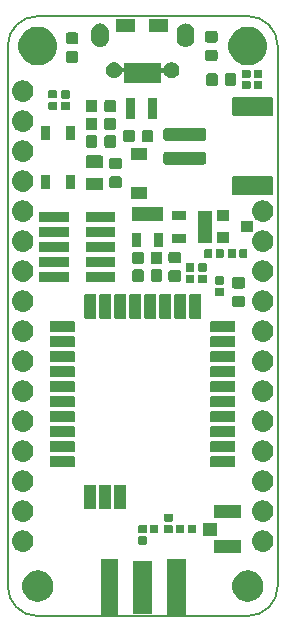
<source format=gts>
G04 #@! TF.GenerationSoftware,KiCad,Pcbnew,(5.1.2-1)-1*
G04 #@! TF.CreationDate,2019-07-04T12:10:22+02:00*
G04 #@! TF.ProjectId,TLM-breakout-v1_2,544c4d2d-6272-4656-916b-6f75742d7631,1.1*
G04 #@! TF.SameCoordinates,Original*
G04 #@! TF.FileFunction,Soldermask,Top*
G04 #@! TF.FilePolarity,Negative*
%FSLAX46Y46*%
G04 Gerber Fmt 4.6, Leading zero omitted, Abs format (unit mm)*
G04 Created by KiCad (PCBNEW (5.1.2-1)-1) date 2019-07-04 12:10:22*
%MOMM*%
%LPD*%
G04 APERTURE LIST*
%ADD10C,0.150000*%
%ADD11C,0.100000*%
G04 APERTURE END LIST*
D10*
X127000000Y-119380000D02*
G75*
G02X124460000Y-116840000I0J2540000D01*
G01*
X147320000Y-116840000D02*
G75*
G02X144780000Y-119380000I-2540000J0D01*
G01*
X144780000Y-68580000D02*
G75*
G02X147320000Y-71120000I0J-2540000D01*
G01*
X124460000Y-71120000D02*
G75*
G02X127000000Y-68580000I2540000J0D01*
G01*
X124460000Y-116840000D02*
X124460000Y-71120000D01*
X144780000Y-119380000D02*
X127000000Y-119380000D01*
X147320000Y-71120000D02*
X147320000Y-116840000D01*
X127000000Y-68580000D02*
X144780000Y-68580000D01*
D11*
G36*
X139516000Y-119391000D02*
G01*
X137914000Y-119391000D01*
X137914000Y-114589000D01*
X139516000Y-114589000D01*
X139516000Y-119391000D01*
X139516000Y-119391000D01*
G37*
G36*
X133791000Y-119391000D02*
G01*
X132339000Y-119391000D01*
X132339000Y-114589000D01*
X133791000Y-114589000D01*
X133791000Y-119391000D01*
X133791000Y-119391000D01*
G37*
G36*
X136691000Y-119218000D02*
G01*
X135089000Y-119218000D01*
X135089000Y-114716000D01*
X136691000Y-114716000D01*
X136691000Y-119218000D01*
X136691000Y-119218000D01*
G37*
G36*
X127257714Y-115540382D02*
G01*
X127385322Y-115565765D01*
X127526148Y-115624097D01*
X127625727Y-115665344D01*
X127625728Y-115665345D01*
X127842089Y-115809912D01*
X128026088Y-115993911D01*
X128122685Y-116138479D01*
X128170656Y-116210273D01*
X128211903Y-116309852D01*
X128270235Y-116450678D01*
X128321000Y-116705893D01*
X128321000Y-116966107D01*
X128270235Y-117221322D01*
X128211903Y-117362148D01*
X128170656Y-117461727D01*
X128170655Y-117461728D01*
X128026088Y-117678089D01*
X127842089Y-117862088D01*
X127697521Y-117958685D01*
X127625727Y-118006656D01*
X127526148Y-118047903D01*
X127385322Y-118106235D01*
X127257715Y-118131617D01*
X127130109Y-118157000D01*
X126869891Y-118157000D01*
X126742285Y-118131617D01*
X126614678Y-118106235D01*
X126473852Y-118047903D01*
X126374273Y-118006656D01*
X126302479Y-117958685D01*
X126157911Y-117862088D01*
X125973912Y-117678089D01*
X125829345Y-117461728D01*
X125829344Y-117461727D01*
X125788097Y-117362148D01*
X125729765Y-117221322D01*
X125679000Y-116966107D01*
X125679000Y-116705893D01*
X125729765Y-116450678D01*
X125788097Y-116309852D01*
X125829344Y-116210273D01*
X125877315Y-116138479D01*
X125973912Y-115993911D01*
X126157911Y-115809912D01*
X126374272Y-115665345D01*
X126374273Y-115665344D01*
X126473852Y-115624097D01*
X126614678Y-115565765D01*
X126742286Y-115540382D01*
X126869891Y-115515000D01*
X127130109Y-115515000D01*
X127257714Y-115540382D01*
X127257714Y-115540382D01*
G37*
G36*
X145037714Y-115540382D02*
G01*
X145165322Y-115565765D01*
X145306148Y-115624097D01*
X145405727Y-115665344D01*
X145405728Y-115665345D01*
X145622089Y-115809912D01*
X145806088Y-115993911D01*
X145902685Y-116138479D01*
X145950656Y-116210273D01*
X145991903Y-116309852D01*
X146050235Y-116450678D01*
X146101000Y-116705893D01*
X146101000Y-116966107D01*
X146050235Y-117221322D01*
X145991903Y-117362148D01*
X145950656Y-117461727D01*
X145950655Y-117461728D01*
X145806088Y-117678089D01*
X145622089Y-117862088D01*
X145477521Y-117958685D01*
X145405727Y-118006656D01*
X145306148Y-118047903D01*
X145165322Y-118106235D01*
X145037715Y-118131617D01*
X144910109Y-118157000D01*
X144649891Y-118157000D01*
X144522285Y-118131617D01*
X144394678Y-118106235D01*
X144253852Y-118047903D01*
X144154273Y-118006656D01*
X144082479Y-117958685D01*
X143937911Y-117862088D01*
X143753912Y-117678089D01*
X143609345Y-117461728D01*
X143609344Y-117461727D01*
X143568097Y-117362148D01*
X143509765Y-117221322D01*
X143459000Y-116966107D01*
X143459000Y-116705893D01*
X143509765Y-116450678D01*
X143568097Y-116309852D01*
X143609344Y-116210273D01*
X143657315Y-116138479D01*
X143753912Y-115993911D01*
X143937911Y-115809912D01*
X144154272Y-115665345D01*
X144154273Y-115665344D01*
X144253852Y-115624097D01*
X144394678Y-115565765D01*
X144522286Y-115540382D01*
X144649891Y-115515000D01*
X144910109Y-115515000D01*
X145037714Y-115540382D01*
X145037714Y-115540382D01*
G37*
G36*
X144247000Y-114065000D02*
G01*
X141945000Y-114065000D01*
X141945000Y-112913000D01*
X144247000Y-112913000D01*
X144247000Y-114065000D01*
X144247000Y-114065000D01*
G37*
G36*
X146160443Y-112131519D02*
G01*
X146226627Y-112138037D01*
X146396466Y-112189557D01*
X146552991Y-112273222D01*
X146578256Y-112293957D01*
X146690186Y-112385814D01*
X146773448Y-112487271D01*
X146802778Y-112523009D01*
X146886443Y-112679534D01*
X146937963Y-112849373D01*
X146955359Y-113026000D01*
X146937963Y-113202627D01*
X146886443Y-113372466D01*
X146802778Y-113528991D01*
X146773448Y-113564729D01*
X146690186Y-113666186D01*
X146588729Y-113749448D01*
X146552991Y-113778778D01*
X146396466Y-113862443D01*
X146226627Y-113913963D01*
X146160443Y-113920481D01*
X146094260Y-113927000D01*
X146005740Y-113927000D01*
X145939557Y-113920481D01*
X145873373Y-113913963D01*
X145703534Y-113862443D01*
X145547009Y-113778778D01*
X145511271Y-113749448D01*
X145409814Y-113666186D01*
X145326552Y-113564729D01*
X145297222Y-113528991D01*
X145213557Y-113372466D01*
X145162037Y-113202627D01*
X145144641Y-113026000D01*
X145162037Y-112849373D01*
X145213557Y-112679534D01*
X145297222Y-112523009D01*
X145326552Y-112487271D01*
X145409814Y-112385814D01*
X145521744Y-112293957D01*
X145547009Y-112273222D01*
X145703534Y-112189557D01*
X145873373Y-112138037D01*
X145939557Y-112131519D01*
X146005740Y-112125000D01*
X146094260Y-112125000D01*
X146160443Y-112131519D01*
X146160443Y-112131519D01*
G37*
G36*
X125840443Y-112131519D02*
G01*
X125906627Y-112138037D01*
X126076466Y-112189557D01*
X126232991Y-112273222D01*
X126258256Y-112293957D01*
X126370186Y-112385814D01*
X126453448Y-112487271D01*
X126482778Y-112523009D01*
X126566443Y-112679534D01*
X126617963Y-112849373D01*
X126635359Y-113026000D01*
X126617963Y-113202627D01*
X126566443Y-113372466D01*
X126482778Y-113528991D01*
X126453448Y-113564729D01*
X126370186Y-113666186D01*
X126268729Y-113749448D01*
X126232991Y-113778778D01*
X126076466Y-113862443D01*
X125906627Y-113913963D01*
X125840443Y-113920481D01*
X125774260Y-113927000D01*
X125685740Y-113927000D01*
X125619557Y-113920481D01*
X125553373Y-113913963D01*
X125383534Y-113862443D01*
X125227009Y-113778778D01*
X125191271Y-113749448D01*
X125089814Y-113666186D01*
X125006552Y-113564729D01*
X124977222Y-113528991D01*
X124893557Y-113372466D01*
X124842037Y-113202627D01*
X124824641Y-113026000D01*
X124842037Y-112849373D01*
X124893557Y-112679534D01*
X124977222Y-112523009D01*
X125006552Y-112487271D01*
X125089814Y-112385814D01*
X125201744Y-112293957D01*
X125227009Y-112273222D01*
X125383534Y-112189557D01*
X125553373Y-112138037D01*
X125619557Y-112131519D01*
X125685740Y-112125000D01*
X125774260Y-112125000D01*
X125840443Y-112131519D01*
X125840443Y-112131519D01*
G37*
G36*
X136171938Y-112638316D02*
G01*
X136192557Y-112644571D01*
X136211553Y-112654724D01*
X136228208Y-112668392D01*
X136241876Y-112685047D01*
X136252029Y-112704043D01*
X136258284Y-112724662D01*
X136261000Y-112752240D01*
X136261000Y-113210960D01*
X136258284Y-113238538D01*
X136252029Y-113259157D01*
X136241876Y-113278153D01*
X136228208Y-113294808D01*
X136211553Y-113308476D01*
X136192557Y-113318629D01*
X136171938Y-113324884D01*
X136144360Y-113327600D01*
X135635640Y-113327600D01*
X135608062Y-113324884D01*
X135587443Y-113318629D01*
X135568447Y-113308476D01*
X135551792Y-113294808D01*
X135538124Y-113278153D01*
X135527971Y-113259157D01*
X135521716Y-113238538D01*
X135519000Y-113210960D01*
X135519000Y-112752240D01*
X135521716Y-112724662D01*
X135527971Y-112704043D01*
X135538124Y-112685047D01*
X135551792Y-112668392D01*
X135568447Y-112654724D01*
X135587443Y-112644571D01*
X135608062Y-112638316D01*
X135635640Y-112635600D01*
X136144360Y-112635600D01*
X136171938Y-112638316D01*
X136171938Y-112638316D01*
G37*
G36*
X142147000Y-112565000D02*
G01*
X140995000Y-112565000D01*
X140995000Y-111463000D01*
X142147000Y-111463000D01*
X142147000Y-112565000D01*
X142147000Y-112565000D01*
G37*
G36*
X140289538Y-111645716D02*
G01*
X140310157Y-111651971D01*
X140329153Y-111662124D01*
X140345808Y-111675792D01*
X140359476Y-111692447D01*
X140369629Y-111711443D01*
X140375884Y-111732062D01*
X140378600Y-111759640D01*
X140378600Y-112268360D01*
X140375884Y-112295938D01*
X140369629Y-112316557D01*
X140359476Y-112335553D01*
X140345808Y-112352208D01*
X140329153Y-112365876D01*
X140310157Y-112376029D01*
X140289538Y-112382284D01*
X140261960Y-112385000D01*
X139803240Y-112385000D01*
X139775662Y-112382284D01*
X139755043Y-112376029D01*
X139736047Y-112365876D01*
X139719392Y-112352208D01*
X139705724Y-112335553D01*
X139695571Y-112316557D01*
X139689316Y-112295938D01*
X139686600Y-112268360D01*
X139686600Y-111759640D01*
X139689316Y-111732062D01*
X139695571Y-111711443D01*
X139705724Y-111692447D01*
X139719392Y-111675792D01*
X139736047Y-111662124D01*
X139755043Y-111651971D01*
X139775662Y-111645716D01*
X139803240Y-111643000D01*
X140261960Y-111643000D01*
X140289538Y-111645716D01*
X140289538Y-111645716D01*
G37*
G36*
X139319538Y-111645716D02*
G01*
X139340157Y-111651971D01*
X139359153Y-111662124D01*
X139375808Y-111675792D01*
X139389476Y-111692447D01*
X139399629Y-111711443D01*
X139405884Y-111732062D01*
X139408600Y-111759640D01*
X139408600Y-112268360D01*
X139405884Y-112295938D01*
X139399629Y-112316557D01*
X139389476Y-112335553D01*
X139375808Y-112352208D01*
X139359153Y-112365876D01*
X139340157Y-112376029D01*
X139319538Y-112382284D01*
X139291960Y-112385000D01*
X138833240Y-112385000D01*
X138805662Y-112382284D01*
X138785043Y-112376029D01*
X138766047Y-112365876D01*
X138749392Y-112352208D01*
X138735724Y-112335553D01*
X138725571Y-112316557D01*
X138719316Y-112295938D01*
X138716600Y-112268360D01*
X138716600Y-111759640D01*
X138719316Y-111732062D01*
X138725571Y-111711443D01*
X138735724Y-111692447D01*
X138749392Y-111675792D01*
X138766047Y-111662124D01*
X138785043Y-111651971D01*
X138805662Y-111645716D01*
X138833240Y-111643000D01*
X139291960Y-111643000D01*
X139319538Y-111645716D01*
X139319538Y-111645716D01*
G37*
G36*
X137114538Y-111645716D02*
G01*
X137135157Y-111651971D01*
X137154153Y-111662124D01*
X137170808Y-111675792D01*
X137184476Y-111692447D01*
X137194629Y-111711443D01*
X137200884Y-111732062D01*
X137203600Y-111759640D01*
X137203600Y-112268360D01*
X137200884Y-112295938D01*
X137194629Y-112316557D01*
X137184476Y-112335553D01*
X137170808Y-112352208D01*
X137154153Y-112365876D01*
X137135157Y-112376029D01*
X137114538Y-112382284D01*
X137086960Y-112385000D01*
X136628240Y-112385000D01*
X136600662Y-112382284D01*
X136580043Y-112376029D01*
X136561047Y-112365876D01*
X136544392Y-112352208D01*
X136530724Y-112335553D01*
X136520571Y-112316557D01*
X136514316Y-112295938D01*
X136511600Y-112268360D01*
X136511600Y-111759640D01*
X136514316Y-111732062D01*
X136520571Y-111711443D01*
X136530724Y-111692447D01*
X136544392Y-111675792D01*
X136561047Y-111662124D01*
X136580043Y-111651971D01*
X136600662Y-111645716D01*
X136628240Y-111643000D01*
X137086960Y-111643000D01*
X137114538Y-111645716D01*
X137114538Y-111645716D01*
G37*
G36*
X136144538Y-111645716D02*
G01*
X136165157Y-111651971D01*
X136184153Y-111662124D01*
X136209976Y-111683317D01*
X136210612Y-111683953D01*
X136228208Y-111698393D01*
X136241876Y-111715047D01*
X136252029Y-111734043D01*
X136258284Y-111754662D01*
X136261000Y-111782240D01*
X136261000Y-112240960D01*
X136258284Y-112268538D01*
X136252029Y-112289157D01*
X136241876Y-112308153D01*
X136228207Y-112324808D01*
X136222673Y-112329350D01*
X136205350Y-112346673D01*
X136200808Y-112352207D01*
X136184153Y-112365876D01*
X136165157Y-112376029D01*
X136144538Y-112382284D01*
X136116960Y-112385000D01*
X135658240Y-112385000D01*
X135630662Y-112382284D01*
X135610043Y-112376029D01*
X135591047Y-112365876D01*
X135574393Y-112352208D01*
X135559953Y-112334612D01*
X135559317Y-112333976D01*
X135538124Y-112308153D01*
X135527971Y-112289157D01*
X135521716Y-112268538D01*
X135519000Y-112240960D01*
X135519000Y-111782240D01*
X135521716Y-111754662D01*
X135527971Y-111734043D01*
X135538124Y-111715047D01*
X135551793Y-111698392D01*
X135554688Y-111696016D01*
X135572016Y-111678688D01*
X135574392Y-111675793D01*
X135591047Y-111662124D01*
X135610043Y-111651971D01*
X135630662Y-111645716D01*
X135658240Y-111643000D01*
X136116960Y-111643000D01*
X136144538Y-111645716D01*
X136144538Y-111645716D01*
G37*
G36*
X138356338Y-111673116D02*
G01*
X138376957Y-111679371D01*
X138395953Y-111689524D01*
X138412608Y-111703192D01*
X138426276Y-111719847D01*
X138436429Y-111738843D01*
X138442684Y-111759462D01*
X138445400Y-111787040D01*
X138445400Y-112245760D01*
X138442684Y-112273338D01*
X138436429Y-112293957D01*
X138426276Y-112312953D01*
X138412608Y-112329608D01*
X138395953Y-112343276D01*
X138376957Y-112353429D01*
X138356338Y-112359684D01*
X138328760Y-112362400D01*
X137820040Y-112362400D01*
X137792462Y-112359684D01*
X137771843Y-112353429D01*
X137752847Y-112343276D01*
X137736192Y-112329608D01*
X137722524Y-112312953D01*
X137712371Y-112293957D01*
X137706116Y-112273338D01*
X137703400Y-112245760D01*
X137703400Y-111787040D01*
X137706116Y-111759462D01*
X137712371Y-111738843D01*
X137722524Y-111719847D01*
X137736192Y-111703192D01*
X137752847Y-111689524D01*
X137771843Y-111679371D01*
X137792462Y-111673116D01*
X137820040Y-111670400D01*
X138328760Y-111670400D01*
X138356338Y-111673116D01*
X138356338Y-111673116D01*
G37*
G36*
X138356338Y-110703116D02*
G01*
X138376957Y-110709371D01*
X138395953Y-110719524D01*
X138412608Y-110733192D01*
X138426276Y-110749847D01*
X138436429Y-110768843D01*
X138442684Y-110789462D01*
X138445400Y-110817040D01*
X138445400Y-111275760D01*
X138442684Y-111303338D01*
X138436429Y-111323957D01*
X138426276Y-111342953D01*
X138412608Y-111359608D01*
X138395953Y-111373276D01*
X138376957Y-111383429D01*
X138356338Y-111389684D01*
X138328760Y-111392400D01*
X137820040Y-111392400D01*
X137792462Y-111389684D01*
X137771843Y-111383429D01*
X137752847Y-111373276D01*
X137736192Y-111359608D01*
X137722524Y-111342953D01*
X137712371Y-111323957D01*
X137706116Y-111303338D01*
X137703400Y-111275760D01*
X137703400Y-110817040D01*
X137706116Y-110789462D01*
X137712371Y-110768843D01*
X137722524Y-110749847D01*
X137736192Y-110733192D01*
X137752847Y-110719524D01*
X137771843Y-110709371D01*
X137792462Y-110703116D01*
X137820040Y-110700400D01*
X138328760Y-110700400D01*
X138356338Y-110703116D01*
X138356338Y-110703116D01*
G37*
G36*
X125840442Y-109591518D02*
G01*
X125906627Y-109598037D01*
X126076466Y-109649557D01*
X126232991Y-109733222D01*
X126268729Y-109762552D01*
X126370186Y-109845814D01*
X126453448Y-109947271D01*
X126482778Y-109983009D01*
X126566443Y-110139534D01*
X126617963Y-110309373D01*
X126635359Y-110486000D01*
X126617963Y-110662627D01*
X126566443Y-110832466D01*
X126482778Y-110988991D01*
X126453448Y-111024729D01*
X126370186Y-111126186D01*
X126268729Y-111209448D01*
X126232991Y-111238778D01*
X126076466Y-111322443D01*
X125906627Y-111373963D01*
X125853139Y-111379231D01*
X125774260Y-111387000D01*
X125685740Y-111387000D01*
X125606861Y-111379231D01*
X125553373Y-111373963D01*
X125383534Y-111322443D01*
X125227009Y-111238778D01*
X125191271Y-111209448D01*
X125089814Y-111126186D01*
X125006552Y-111024729D01*
X124977222Y-110988991D01*
X124893557Y-110832466D01*
X124842037Y-110662627D01*
X124824641Y-110486000D01*
X124842037Y-110309373D01*
X124893557Y-110139534D01*
X124977222Y-109983009D01*
X125006552Y-109947271D01*
X125089814Y-109845814D01*
X125191271Y-109762552D01*
X125227009Y-109733222D01*
X125383534Y-109649557D01*
X125553373Y-109598037D01*
X125619558Y-109591518D01*
X125685740Y-109585000D01*
X125774260Y-109585000D01*
X125840442Y-109591518D01*
X125840442Y-109591518D01*
G37*
G36*
X146160442Y-109591518D02*
G01*
X146226627Y-109598037D01*
X146396466Y-109649557D01*
X146552991Y-109733222D01*
X146588729Y-109762552D01*
X146690186Y-109845814D01*
X146773448Y-109947271D01*
X146802778Y-109983009D01*
X146886443Y-110139534D01*
X146937963Y-110309373D01*
X146955359Y-110486000D01*
X146937963Y-110662627D01*
X146886443Y-110832466D01*
X146802778Y-110988991D01*
X146773448Y-111024729D01*
X146690186Y-111126186D01*
X146588729Y-111209448D01*
X146552991Y-111238778D01*
X146396466Y-111322443D01*
X146226627Y-111373963D01*
X146173139Y-111379231D01*
X146094260Y-111387000D01*
X146005740Y-111387000D01*
X145926861Y-111379231D01*
X145873373Y-111373963D01*
X145703534Y-111322443D01*
X145547009Y-111238778D01*
X145511271Y-111209448D01*
X145409814Y-111126186D01*
X145326552Y-111024729D01*
X145297222Y-110988991D01*
X145213557Y-110832466D01*
X145162037Y-110662627D01*
X145144641Y-110486000D01*
X145162037Y-110309373D01*
X145213557Y-110139534D01*
X145297222Y-109983009D01*
X145326552Y-109947271D01*
X145409814Y-109845814D01*
X145511271Y-109762552D01*
X145547009Y-109733222D01*
X145703534Y-109649557D01*
X145873373Y-109598037D01*
X145939558Y-109591518D01*
X146005740Y-109585000D01*
X146094260Y-109585000D01*
X146160442Y-109591518D01*
X146160442Y-109591518D01*
G37*
G36*
X144247000Y-111115000D02*
G01*
X141945000Y-111115000D01*
X141945000Y-109963000D01*
X144247000Y-109963000D01*
X144247000Y-111115000D01*
X144247000Y-111115000D01*
G37*
G36*
X131844946Y-108245002D02*
G01*
X131868358Y-108252104D01*
X131889931Y-108263635D01*
X131908844Y-108279156D01*
X131924365Y-108298069D01*
X131935896Y-108319642D01*
X131942998Y-108343054D01*
X131946000Y-108373538D01*
X131946000Y-110212462D01*
X131942998Y-110242946D01*
X131935896Y-110266358D01*
X131924365Y-110287931D01*
X131908844Y-110306844D01*
X131889931Y-110322365D01*
X131868358Y-110333896D01*
X131844946Y-110340998D01*
X131814462Y-110344000D01*
X131075538Y-110344000D01*
X131045054Y-110340998D01*
X131021642Y-110333896D01*
X131000069Y-110322365D01*
X130981156Y-110306844D01*
X130965635Y-110287931D01*
X130954104Y-110266358D01*
X130947002Y-110242946D01*
X130944000Y-110212462D01*
X130944000Y-108373538D01*
X130947002Y-108343054D01*
X130954104Y-108319642D01*
X130965635Y-108298069D01*
X130981156Y-108279156D01*
X131000069Y-108263635D01*
X131021642Y-108252104D01*
X131045054Y-108245002D01*
X131075538Y-108242000D01*
X131814462Y-108242000D01*
X131844946Y-108245002D01*
X131844946Y-108245002D01*
G37*
G36*
X133114946Y-108245002D02*
G01*
X133138358Y-108252104D01*
X133159931Y-108263635D01*
X133178844Y-108279156D01*
X133194365Y-108298069D01*
X133205896Y-108319642D01*
X133212998Y-108343054D01*
X133216000Y-108373538D01*
X133216000Y-110212462D01*
X133212998Y-110242946D01*
X133205896Y-110266358D01*
X133194365Y-110287931D01*
X133178844Y-110306844D01*
X133159931Y-110322365D01*
X133138358Y-110333896D01*
X133114946Y-110340998D01*
X133084462Y-110344000D01*
X132345538Y-110344000D01*
X132315054Y-110340998D01*
X132291642Y-110333896D01*
X132270069Y-110322365D01*
X132251156Y-110306844D01*
X132235635Y-110287931D01*
X132224104Y-110266358D01*
X132217002Y-110242946D01*
X132214000Y-110212462D01*
X132214000Y-108373538D01*
X132217002Y-108343054D01*
X132224104Y-108319642D01*
X132235635Y-108298069D01*
X132251156Y-108279156D01*
X132270069Y-108263635D01*
X132291642Y-108252104D01*
X132315054Y-108245002D01*
X132345538Y-108242000D01*
X133084462Y-108242000D01*
X133114946Y-108245002D01*
X133114946Y-108245002D01*
G37*
G36*
X134384946Y-108245002D02*
G01*
X134408358Y-108252104D01*
X134429931Y-108263635D01*
X134448844Y-108279156D01*
X134464365Y-108298069D01*
X134475896Y-108319642D01*
X134482998Y-108343054D01*
X134486000Y-108373538D01*
X134486000Y-110212462D01*
X134482998Y-110242946D01*
X134475896Y-110266358D01*
X134464365Y-110287931D01*
X134448844Y-110306844D01*
X134429931Y-110322365D01*
X134408358Y-110333896D01*
X134384946Y-110340998D01*
X134354462Y-110344000D01*
X133615538Y-110344000D01*
X133585054Y-110340998D01*
X133561642Y-110333896D01*
X133540069Y-110322365D01*
X133521156Y-110306844D01*
X133505635Y-110287931D01*
X133494104Y-110266358D01*
X133487002Y-110242946D01*
X133484000Y-110212462D01*
X133484000Y-108373538D01*
X133487002Y-108343054D01*
X133494104Y-108319642D01*
X133505635Y-108298069D01*
X133521156Y-108279156D01*
X133540069Y-108263635D01*
X133561642Y-108252104D01*
X133585054Y-108245002D01*
X133615538Y-108242000D01*
X134354462Y-108242000D01*
X134384946Y-108245002D01*
X134384946Y-108245002D01*
G37*
G36*
X146160443Y-107051519D02*
G01*
X146226627Y-107058037D01*
X146396466Y-107109557D01*
X146552991Y-107193222D01*
X146588729Y-107222552D01*
X146690186Y-107305814D01*
X146773448Y-107407271D01*
X146802778Y-107443009D01*
X146886443Y-107599534D01*
X146937963Y-107769373D01*
X146955359Y-107946000D01*
X146937963Y-108122627D01*
X146886443Y-108292466D01*
X146802778Y-108448991D01*
X146773448Y-108484729D01*
X146690186Y-108586186D01*
X146588729Y-108669448D01*
X146552991Y-108698778D01*
X146396466Y-108782443D01*
X146226627Y-108833963D01*
X146160443Y-108840481D01*
X146094260Y-108847000D01*
X146005740Y-108847000D01*
X145939557Y-108840481D01*
X145873373Y-108833963D01*
X145703534Y-108782443D01*
X145547009Y-108698778D01*
X145511271Y-108669448D01*
X145409814Y-108586186D01*
X145326552Y-108484729D01*
X145297222Y-108448991D01*
X145213557Y-108292466D01*
X145162037Y-108122627D01*
X145144641Y-107946000D01*
X145162037Y-107769373D01*
X145213557Y-107599534D01*
X145297222Y-107443009D01*
X145326552Y-107407271D01*
X145409814Y-107305814D01*
X145511271Y-107222552D01*
X145547009Y-107193222D01*
X145703534Y-107109557D01*
X145873373Y-107058037D01*
X145939557Y-107051519D01*
X146005740Y-107045000D01*
X146094260Y-107045000D01*
X146160443Y-107051519D01*
X146160443Y-107051519D01*
G37*
G36*
X125840443Y-107051519D02*
G01*
X125906627Y-107058037D01*
X126076466Y-107109557D01*
X126232991Y-107193222D01*
X126268729Y-107222552D01*
X126370186Y-107305814D01*
X126453448Y-107407271D01*
X126482778Y-107443009D01*
X126566443Y-107599534D01*
X126617963Y-107769373D01*
X126635359Y-107946000D01*
X126617963Y-108122627D01*
X126566443Y-108292466D01*
X126482778Y-108448991D01*
X126453448Y-108484729D01*
X126370186Y-108586186D01*
X126268729Y-108669448D01*
X126232991Y-108698778D01*
X126076466Y-108782443D01*
X125906627Y-108833963D01*
X125840443Y-108840481D01*
X125774260Y-108847000D01*
X125685740Y-108847000D01*
X125619557Y-108840481D01*
X125553373Y-108833963D01*
X125383534Y-108782443D01*
X125227009Y-108698778D01*
X125191271Y-108669448D01*
X125089814Y-108586186D01*
X125006552Y-108484729D01*
X124977222Y-108448991D01*
X124893557Y-108292466D01*
X124842037Y-108122627D01*
X124824641Y-107946000D01*
X124842037Y-107769373D01*
X124893557Y-107599534D01*
X124977222Y-107443009D01*
X125006552Y-107407271D01*
X125089814Y-107305814D01*
X125191271Y-107222552D01*
X125227009Y-107193222D01*
X125383534Y-107109557D01*
X125553373Y-107058037D01*
X125619557Y-107051519D01*
X125685740Y-107045000D01*
X125774260Y-107045000D01*
X125840443Y-107051519D01*
X125840443Y-107051519D01*
G37*
G36*
X143624946Y-105801002D02*
G01*
X143648358Y-105808104D01*
X143669931Y-105819635D01*
X143688844Y-105835156D01*
X143704365Y-105854069D01*
X143715896Y-105875642D01*
X143722998Y-105899054D01*
X143726000Y-105929538D01*
X143726000Y-106668462D01*
X143722998Y-106698946D01*
X143715896Y-106722358D01*
X143704365Y-106743931D01*
X143688844Y-106762844D01*
X143669931Y-106778365D01*
X143648358Y-106789896D01*
X143624946Y-106796998D01*
X143594462Y-106800000D01*
X141755538Y-106800000D01*
X141725054Y-106796998D01*
X141701642Y-106789896D01*
X141680069Y-106778365D01*
X141661156Y-106762844D01*
X141645635Y-106743931D01*
X141634104Y-106722358D01*
X141627002Y-106698946D01*
X141624000Y-106668462D01*
X141624000Y-105929538D01*
X141627002Y-105899054D01*
X141634104Y-105875642D01*
X141645635Y-105854069D01*
X141661156Y-105835156D01*
X141680069Y-105819635D01*
X141701642Y-105808104D01*
X141725054Y-105801002D01*
X141755538Y-105798000D01*
X143594462Y-105798000D01*
X143624946Y-105801002D01*
X143624946Y-105801002D01*
G37*
G36*
X130035946Y-105801002D02*
G01*
X130059358Y-105808104D01*
X130080931Y-105819635D01*
X130099844Y-105835156D01*
X130115365Y-105854069D01*
X130126896Y-105875642D01*
X130133998Y-105899054D01*
X130137000Y-105929538D01*
X130137000Y-106668462D01*
X130133998Y-106698946D01*
X130126896Y-106722358D01*
X130115365Y-106743931D01*
X130099844Y-106762844D01*
X130080931Y-106778365D01*
X130059358Y-106789896D01*
X130035946Y-106796998D01*
X130005462Y-106800000D01*
X128166538Y-106800000D01*
X128136054Y-106796998D01*
X128112642Y-106789896D01*
X128091069Y-106778365D01*
X128072156Y-106762844D01*
X128056635Y-106743931D01*
X128045104Y-106722358D01*
X128038002Y-106698946D01*
X128035000Y-106668462D01*
X128035000Y-105929538D01*
X128038002Y-105899054D01*
X128045104Y-105875642D01*
X128056635Y-105854069D01*
X128072156Y-105835156D01*
X128091069Y-105819635D01*
X128112642Y-105808104D01*
X128136054Y-105801002D01*
X128166538Y-105798000D01*
X130005462Y-105798000D01*
X130035946Y-105801002D01*
X130035946Y-105801002D01*
G37*
G36*
X146160443Y-104511519D02*
G01*
X146226627Y-104518037D01*
X146396466Y-104569557D01*
X146552991Y-104653222D01*
X146588729Y-104682552D01*
X146690186Y-104765814D01*
X146773448Y-104867271D01*
X146802778Y-104903009D01*
X146886443Y-105059534D01*
X146937963Y-105229373D01*
X146955359Y-105406000D01*
X146937963Y-105582627D01*
X146886443Y-105752466D01*
X146802778Y-105908991D01*
X146785915Y-105929538D01*
X146690186Y-106046186D01*
X146588729Y-106129448D01*
X146552991Y-106158778D01*
X146396466Y-106242443D01*
X146226627Y-106293963D01*
X146160442Y-106300482D01*
X146094260Y-106307000D01*
X146005740Y-106307000D01*
X145939558Y-106300482D01*
X145873373Y-106293963D01*
X145703534Y-106242443D01*
X145547009Y-106158778D01*
X145511271Y-106129448D01*
X145409814Y-106046186D01*
X145314085Y-105929538D01*
X145297222Y-105908991D01*
X145213557Y-105752466D01*
X145162037Y-105582627D01*
X145144641Y-105406000D01*
X145162037Y-105229373D01*
X145213557Y-105059534D01*
X145297222Y-104903009D01*
X145326552Y-104867271D01*
X145409814Y-104765814D01*
X145511271Y-104682552D01*
X145547009Y-104653222D01*
X145703534Y-104569557D01*
X145873373Y-104518037D01*
X145939558Y-104511518D01*
X146005740Y-104505000D01*
X146094260Y-104505000D01*
X146160443Y-104511519D01*
X146160443Y-104511519D01*
G37*
G36*
X125840443Y-104511519D02*
G01*
X125906627Y-104518037D01*
X126076466Y-104569557D01*
X126232991Y-104653222D01*
X126268729Y-104682552D01*
X126370186Y-104765814D01*
X126453448Y-104867271D01*
X126482778Y-104903009D01*
X126566443Y-105059534D01*
X126617963Y-105229373D01*
X126635359Y-105406000D01*
X126617963Y-105582627D01*
X126566443Y-105752466D01*
X126482778Y-105908991D01*
X126465915Y-105929538D01*
X126370186Y-106046186D01*
X126268729Y-106129448D01*
X126232991Y-106158778D01*
X126076466Y-106242443D01*
X125906627Y-106293963D01*
X125840442Y-106300482D01*
X125774260Y-106307000D01*
X125685740Y-106307000D01*
X125619558Y-106300482D01*
X125553373Y-106293963D01*
X125383534Y-106242443D01*
X125227009Y-106158778D01*
X125191271Y-106129448D01*
X125089814Y-106046186D01*
X124994085Y-105929538D01*
X124977222Y-105908991D01*
X124893557Y-105752466D01*
X124842037Y-105582627D01*
X124824641Y-105406000D01*
X124842037Y-105229373D01*
X124893557Y-105059534D01*
X124977222Y-104903009D01*
X125006552Y-104867271D01*
X125089814Y-104765814D01*
X125191271Y-104682552D01*
X125227009Y-104653222D01*
X125383534Y-104569557D01*
X125553373Y-104518037D01*
X125619558Y-104511518D01*
X125685740Y-104505000D01*
X125774260Y-104505000D01*
X125840443Y-104511519D01*
X125840443Y-104511519D01*
G37*
G36*
X143624946Y-104531002D02*
G01*
X143648358Y-104538104D01*
X143669931Y-104549635D01*
X143688844Y-104565156D01*
X143704365Y-104584069D01*
X143715896Y-104605642D01*
X143722998Y-104629054D01*
X143726000Y-104659538D01*
X143726000Y-105398462D01*
X143722998Y-105428946D01*
X143715896Y-105452358D01*
X143704365Y-105473931D01*
X143688844Y-105492844D01*
X143669931Y-105508365D01*
X143648358Y-105519896D01*
X143624946Y-105526998D01*
X143594462Y-105530000D01*
X141755538Y-105530000D01*
X141725054Y-105526998D01*
X141701642Y-105519896D01*
X141680069Y-105508365D01*
X141661156Y-105492844D01*
X141645635Y-105473931D01*
X141634104Y-105452358D01*
X141627002Y-105428946D01*
X141624000Y-105398462D01*
X141624000Y-104659538D01*
X141627002Y-104629054D01*
X141634104Y-104605642D01*
X141645635Y-104584069D01*
X141661156Y-104565156D01*
X141680069Y-104549635D01*
X141701642Y-104538104D01*
X141725054Y-104531002D01*
X141755538Y-104528000D01*
X143594462Y-104528000D01*
X143624946Y-104531002D01*
X143624946Y-104531002D01*
G37*
G36*
X130035946Y-104531002D02*
G01*
X130059358Y-104538104D01*
X130080931Y-104549635D01*
X130099844Y-104565156D01*
X130115365Y-104584069D01*
X130126896Y-104605642D01*
X130133998Y-104629054D01*
X130137000Y-104659538D01*
X130137000Y-105398462D01*
X130133998Y-105428946D01*
X130126896Y-105452358D01*
X130115365Y-105473931D01*
X130099844Y-105492844D01*
X130080931Y-105508365D01*
X130059358Y-105519896D01*
X130035946Y-105526998D01*
X130005462Y-105530000D01*
X128166538Y-105530000D01*
X128136054Y-105526998D01*
X128112642Y-105519896D01*
X128091069Y-105508365D01*
X128072156Y-105492844D01*
X128056635Y-105473931D01*
X128045104Y-105452358D01*
X128038002Y-105428946D01*
X128035000Y-105398462D01*
X128035000Y-104659538D01*
X128038002Y-104629054D01*
X128045104Y-104605642D01*
X128056635Y-104584069D01*
X128072156Y-104565156D01*
X128091069Y-104549635D01*
X128112642Y-104538104D01*
X128136054Y-104531002D01*
X128166538Y-104528000D01*
X130005462Y-104528000D01*
X130035946Y-104531002D01*
X130035946Y-104531002D01*
G37*
G36*
X143624946Y-103261002D02*
G01*
X143648358Y-103268104D01*
X143669931Y-103279635D01*
X143688844Y-103295156D01*
X143704365Y-103314069D01*
X143715896Y-103335642D01*
X143722998Y-103359054D01*
X143726000Y-103389538D01*
X143726000Y-104128462D01*
X143722998Y-104158946D01*
X143715896Y-104182358D01*
X143704365Y-104203931D01*
X143688844Y-104222844D01*
X143669931Y-104238365D01*
X143648358Y-104249896D01*
X143624946Y-104256998D01*
X143594462Y-104260000D01*
X141755538Y-104260000D01*
X141725054Y-104256998D01*
X141701642Y-104249896D01*
X141680069Y-104238365D01*
X141661156Y-104222844D01*
X141645635Y-104203931D01*
X141634104Y-104182358D01*
X141627002Y-104158946D01*
X141624000Y-104128462D01*
X141624000Y-103389538D01*
X141627002Y-103359054D01*
X141634104Y-103335642D01*
X141645635Y-103314069D01*
X141661156Y-103295156D01*
X141680069Y-103279635D01*
X141701642Y-103268104D01*
X141725054Y-103261002D01*
X141755538Y-103258000D01*
X143594462Y-103258000D01*
X143624946Y-103261002D01*
X143624946Y-103261002D01*
G37*
G36*
X130035946Y-103261002D02*
G01*
X130059358Y-103268104D01*
X130080931Y-103279635D01*
X130099844Y-103295156D01*
X130115365Y-103314069D01*
X130126896Y-103335642D01*
X130133998Y-103359054D01*
X130137000Y-103389538D01*
X130137000Y-104128462D01*
X130133998Y-104158946D01*
X130126896Y-104182358D01*
X130115365Y-104203931D01*
X130099844Y-104222844D01*
X130080931Y-104238365D01*
X130059358Y-104249896D01*
X130035946Y-104256998D01*
X130005462Y-104260000D01*
X128166538Y-104260000D01*
X128136054Y-104256998D01*
X128112642Y-104249896D01*
X128091069Y-104238365D01*
X128072156Y-104222844D01*
X128056635Y-104203931D01*
X128045104Y-104182358D01*
X128038002Y-104158946D01*
X128035000Y-104128462D01*
X128035000Y-103389538D01*
X128038002Y-103359054D01*
X128045104Y-103335642D01*
X128056635Y-103314069D01*
X128072156Y-103295156D01*
X128091069Y-103279635D01*
X128112642Y-103268104D01*
X128136054Y-103261002D01*
X128166538Y-103258000D01*
X130005462Y-103258000D01*
X130035946Y-103261002D01*
X130035946Y-103261002D01*
G37*
G36*
X125840442Y-101971518D02*
G01*
X125906627Y-101978037D01*
X126076466Y-102029557D01*
X126232991Y-102113222D01*
X126268729Y-102142552D01*
X126370186Y-102225814D01*
X126453448Y-102327271D01*
X126482778Y-102363009D01*
X126566443Y-102519534D01*
X126617963Y-102689373D01*
X126635359Y-102866000D01*
X126617963Y-103042627D01*
X126566443Y-103212466D01*
X126482778Y-103368991D01*
X126465915Y-103389538D01*
X126370186Y-103506186D01*
X126268729Y-103589448D01*
X126232991Y-103618778D01*
X126076466Y-103702443D01*
X125906627Y-103753963D01*
X125840443Y-103760481D01*
X125774260Y-103767000D01*
X125685740Y-103767000D01*
X125619557Y-103760481D01*
X125553373Y-103753963D01*
X125383534Y-103702443D01*
X125227009Y-103618778D01*
X125191271Y-103589448D01*
X125089814Y-103506186D01*
X124994085Y-103389538D01*
X124977222Y-103368991D01*
X124893557Y-103212466D01*
X124842037Y-103042627D01*
X124824641Y-102866000D01*
X124842037Y-102689373D01*
X124893557Y-102519534D01*
X124977222Y-102363009D01*
X125006552Y-102327271D01*
X125089814Y-102225814D01*
X125191271Y-102142552D01*
X125227009Y-102113222D01*
X125383534Y-102029557D01*
X125553373Y-101978037D01*
X125619558Y-101971518D01*
X125685740Y-101965000D01*
X125774260Y-101965000D01*
X125840442Y-101971518D01*
X125840442Y-101971518D01*
G37*
G36*
X146160442Y-101971518D02*
G01*
X146226627Y-101978037D01*
X146396466Y-102029557D01*
X146552991Y-102113222D01*
X146588729Y-102142552D01*
X146690186Y-102225814D01*
X146773448Y-102327271D01*
X146802778Y-102363009D01*
X146886443Y-102519534D01*
X146937963Y-102689373D01*
X146955359Y-102866000D01*
X146937963Y-103042627D01*
X146886443Y-103212466D01*
X146802778Y-103368991D01*
X146785915Y-103389538D01*
X146690186Y-103506186D01*
X146588729Y-103589448D01*
X146552991Y-103618778D01*
X146396466Y-103702443D01*
X146226627Y-103753963D01*
X146160443Y-103760481D01*
X146094260Y-103767000D01*
X146005740Y-103767000D01*
X145939557Y-103760481D01*
X145873373Y-103753963D01*
X145703534Y-103702443D01*
X145547009Y-103618778D01*
X145511271Y-103589448D01*
X145409814Y-103506186D01*
X145314085Y-103389538D01*
X145297222Y-103368991D01*
X145213557Y-103212466D01*
X145162037Y-103042627D01*
X145144641Y-102866000D01*
X145162037Y-102689373D01*
X145213557Y-102519534D01*
X145297222Y-102363009D01*
X145326552Y-102327271D01*
X145409814Y-102225814D01*
X145511271Y-102142552D01*
X145547009Y-102113222D01*
X145703534Y-102029557D01*
X145873373Y-101978037D01*
X145939558Y-101971518D01*
X146005740Y-101965000D01*
X146094260Y-101965000D01*
X146160442Y-101971518D01*
X146160442Y-101971518D01*
G37*
G36*
X143624946Y-101991002D02*
G01*
X143648358Y-101998104D01*
X143669931Y-102009635D01*
X143688844Y-102025156D01*
X143704365Y-102044069D01*
X143715896Y-102065642D01*
X143722998Y-102089054D01*
X143726000Y-102119538D01*
X143726000Y-102858462D01*
X143722998Y-102888946D01*
X143715896Y-102912358D01*
X143704365Y-102933931D01*
X143688844Y-102952844D01*
X143669931Y-102968365D01*
X143648358Y-102979896D01*
X143624946Y-102986998D01*
X143594462Y-102990000D01*
X141755538Y-102990000D01*
X141725054Y-102986998D01*
X141701642Y-102979896D01*
X141680069Y-102968365D01*
X141661156Y-102952844D01*
X141645635Y-102933931D01*
X141634104Y-102912358D01*
X141627002Y-102888946D01*
X141624000Y-102858462D01*
X141624000Y-102119538D01*
X141627002Y-102089054D01*
X141634104Y-102065642D01*
X141645635Y-102044069D01*
X141661156Y-102025156D01*
X141680069Y-102009635D01*
X141701642Y-101998104D01*
X141725054Y-101991002D01*
X141755538Y-101988000D01*
X143594462Y-101988000D01*
X143624946Y-101991002D01*
X143624946Y-101991002D01*
G37*
G36*
X130035946Y-101991002D02*
G01*
X130059358Y-101998104D01*
X130080931Y-102009635D01*
X130099844Y-102025156D01*
X130115365Y-102044069D01*
X130126896Y-102065642D01*
X130133998Y-102089054D01*
X130137000Y-102119538D01*
X130137000Y-102858462D01*
X130133998Y-102888946D01*
X130126896Y-102912358D01*
X130115365Y-102933931D01*
X130099844Y-102952844D01*
X130080931Y-102968365D01*
X130059358Y-102979896D01*
X130035946Y-102986998D01*
X130005462Y-102990000D01*
X128166538Y-102990000D01*
X128136054Y-102986998D01*
X128112642Y-102979896D01*
X128091069Y-102968365D01*
X128072156Y-102952844D01*
X128056635Y-102933931D01*
X128045104Y-102912358D01*
X128038002Y-102888946D01*
X128035000Y-102858462D01*
X128035000Y-102119538D01*
X128038002Y-102089054D01*
X128045104Y-102065642D01*
X128056635Y-102044069D01*
X128072156Y-102025156D01*
X128091069Y-102009635D01*
X128112642Y-101998104D01*
X128136054Y-101991002D01*
X128166538Y-101988000D01*
X130005462Y-101988000D01*
X130035946Y-101991002D01*
X130035946Y-101991002D01*
G37*
G36*
X143624946Y-100721002D02*
G01*
X143648358Y-100728104D01*
X143669931Y-100739635D01*
X143688844Y-100755156D01*
X143704365Y-100774069D01*
X143715896Y-100795642D01*
X143722998Y-100819054D01*
X143726000Y-100849538D01*
X143726000Y-101588462D01*
X143722998Y-101618946D01*
X143715896Y-101642358D01*
X143704365Y-101663931D01*
X143688844Y-101682844D01*
X143669931Y-101698365D01*
X143648358Y-101709896D01*
X143624946Y-101716998D01*
X143594462Y-101720000D01*
X141755538Y-101720000D01*
X141725054Y-101716998D01*
X141701642Y-101709896D01*
X141680069Y-101698365D01*
X141661156Y-101682844D01*
X141645635Y-101663931D01*
X141634104Y-101642358D01*
X141627002Y-101618946D01*
X141624000Y-101588462D01*
X141624000Y-100849538D01*
X141627002Y-100819054D01*
X141634104Y-100795642D01*
X141645635Y-100774069D01*
X141661156Y-100755156D01*
X141680069Y-100739635D01*
X141701642Y-100728104D01*
X141725054Y-100721002D01*
X141755538Y-100718000D01*
X143594462Y-100718000D01*
X143624946Y-100721002D01*
X143624946Y-100721002D01*
G37*
G36*
X130035946Y-100721002D02*
G01*
X130059358Y-100728104D01*
X130080931Y-100739635D01*
X130099844Y-100755156D01*
X130115365Y-100774069D01*
X130126896Y-100795642D01*
X130133998Y-100819054D01*
X130137000Y-100849538D01*
X130137000Y-101588462D01*
X130133998Y-101618946D01*
X130126896Y-101642358D01*
X130115365Y-101663931D01*
X130099844Y-101682844D01*
X130080931Y-101698365D01*
X130059358Y-101709896D01*
X130035946Y-101716998D01*
X130005462Y-101720000D01*
X128166538Y-101720000D01*
X128136054Y-101716998D01*
X128112642Y-101709896D01*
X128091069Y-101698365D01*
X128072156Y-101682844D01*
X128056635Y-101663931D01*
X128045104Y-101642358D01*
X128038002Y-101618946D01*
X128035000Y-101588462D01*
X128035000Y-100849538D01*
X128038002Y-100819054D01*
X128045104Y-100795642D01*
X128056635Y-100774069D01*
X128072156Y-100755156D01*
X128091069Y-100739635D01*
X128112642Y-100728104D01*
X128136054Y-100721002D01*
X128166538Y-100718000D01*
X130005462Y-100718000D01*
X130035946Y-100721002D01*
X130035946Y-100721002D01*
G37*
G36*
X125840443Y-99431519D02*
G01*
X125906627Y-99438037D01*
X126076466Y-99489557D01*
X126232991Y-99573222D01*
X126268729Y-99602552D01*
X126370186Y-99685814D01*
X126453448Y-99787271D01*
X126482778Y-99823009D01*
X126566443Y-99979534D01*
X126617963Y-100149373D01*
X126635359Y-100326000D01*
X126617963Y-100502627D01*
X126566443Y-100672466D01*
X126482778Y-100828991D01*
X126465915Y-100849538D01*
X126370186Y-100966186D01*
X126268729Y-101049448D01*
X126232991Y-101078778D01*
X126076466Y-101162443D01*
X125906627Y-101213963D01*
X125840443Y-101220481D01*
X125774260Y-101227000D01*
X125685740Y-101227000D01*
X125619557Y-101220481D01*
X125553373Y-101213963D01*
X125383534Y-101162443D01*
X125227009Y-101078778D01*
X125191271Y-101049448D01*
X125089814Y-100966186D01*
X124994085Y-100849538D01*
X124977222Y-100828991D01*
X124893557Y-100672466D01*
X124842037Y-100502627D01*
X124824641Y-100326000D01*
X124842037Y-100149373D01*
X124893557Y-99979534D01*
X124977222Y-99823009D01*
X125006552Y-99787271D01*
X125089814Y-99685814D01*
X125191271Y-99602552D01*
X125227009Y-99573222D01*
X125383534Y-99489557D01*
X125553373Y-99438037D01*
X125619558Y-99431518D01*
X125685740Y-99425000D01*
X125774260Y-99425000D01*
X125840443Y-99431519D01*
X125840443Y-99431519D01*
G37*
G36*
X146160443Y-99431519D02*
G01*
X146226627Y-99438037D01*
X146396466Y-99489557D01*
X146552991Y-99573222D01*
X146588729Y-99602552D01*
X146690186Y-99685814D01*
X146773448Y-99787271D01*
X146802778Y-99823009D01*
X146886443Y-99979534D01*
X146937963Y-100149373D01*
X146955359Y-100326000D01*
X146937963Y-100502627D01*
X146886443Y-100672466D01*
X146802778Y-100828991D01*
X146785915Y-100849538D01*
X146690186Y-100966186D01*
X146588729Y-101049448D01*
X146552991Y-101078778D01*
X146396466Y-101162443D01*
X146226627Y-101213963D01*
X146160443Y-101220481D01*
X146094260Y-101227000D01*
X146005740Y-101227000D01*
X145939557Y-101220481D01*
X145873373Y-101213963D01*
X145703534Y-101162443D01*
X145547009Y-101078778D01*
X145511271Y-101049448D01*
X145409814Y-100966186D01*
X145314085Y-100849538D01*
X145297222Y-100828991D01*
X145213557Y-100672466D01*
X145162037Y-100502627D01*
X145144641Y-100326000D01*
X145162037Y-100149373D01*
X145213557Y-99979534D01*
X145297222Y-99823009D01*
X145326552Y-99787271D01*
X145409814Y-99685814D01*
X145511271Y-99602552D01*
X145547009Y-99573222D01*
X145703534Y-99489557D01*
X145873373Y-99438037D01*
X145939558Y-99431518D01*
X146005740Y-99425000D01*
X146094260Y-99425000D01*
X146160443Y-99431519D01*
X146160443Y-99431519D01*
G37*
G36*
X143624946Y-99451002D02*
G01*
X143648358Y-99458104D01*
X143669931Y-99469635D01*
X143688844Y-99485156D01*
X143704365Y-99504069D01*
X143715896Y-99525642D01*
X143722998Y-99549054D01*
X143726000Y-99579538D01*
X143726000Y-100318462D01*
X143722998Y-100348946D01*
X143715896Y-100372358D01*
X143704365Y-100393931D01*
X143688844Y-100412844D01*
X143669931Y-100428365D01*
X143648358Y-100439896D01*
X143624946Y-100446998D01*
X143594462Y-100450000D01*
X141755538Y-100450000D01*
X141725054Y-100446998D01*
X141701642Y-100439896D01*
X141680069Y-100428365D01*
X141661156Y-100412844D01*
X141645635Y-100393931D01*
X141634104Y-100372358D01*
X141627002Y-100348946D01*
X141624000Y-100318462D01*
X141624000Y-99579538D01*
X141627002Y-99549054D01*
X141634104Y-99525642D01*
X141645635Y-99504069D01*
X141661156Y-99485156D01*
X141680069Y-99469635D01*
X141701642Y-99458104D01*
X141725054Y-99451002D01*
X141755538Y-99448000D01*
X143594462Y-99448000D01*
X143624946Y-99451002D01*
X143624946Y-99451002D01*
G37*
G36*
X130035946Y-99451002D02*
G01*
X130059358Y-99458104D01*
X130080931Y-99469635D01*
X130099844Y-99485156D01*
X130115365Y-99504069D01*
X130126896Y-99525642D01*
X130133998Y-99549054D01*
X130137000Y-99579538D01*
X130137000Y-100318462D01*
X130133998Y-100348946D01*
X130126896Y-100372358D01*
X130115365Y-100393931D01*
X130099844Y-100412844D01*
X130080931Y-100428365D01*
X130059358Y-100439896D01*
X130035946Y-100446998D01*
X130005462Y-100450000D01*
X128166538Y-100450000D01*
X128136054Y-100446998D01*
X128112642Y-100439896D01*
X128091069Y-100428365D01*
X128072156Y-100412844D01*
X128056635Y-100393931D01*
X128045104Y-100372358D01*
X128038002Y-100348946D01*
X128035000Y-100318462D01*
X128035000Y-99579538D01*
X128038002Y-99549054D01*
X128045104Y-99525642D01*
X128056635Y-99504069D01*
X128072156Y-99485156D01*
X128091069Y-99469635D01*
X128112642Y-99458104D01*
X128136054Y-99451002D01*
X128166538Y-99448000D01*
X130005462Y-99448000D01*
X130035946Y-99451002D01*
X130035946Y-99451002D01*
G37*
G36*
X143624946Y-98181002D02*
G01*
X143648358Y-98188104D01*
X143669931Y-98199635D01*
X143688844Y-98215156D01*
X143704365Y-98234069D01*
X143715896Y-98255642D01*
X143722998Y-98279054D01*
X143726000Y-98309538D01*
X143726000Y-99048462D01*
X143722998Y-99078946D01*
X143715896Y-99102358D01*
X143704365Y-99123931D01*
X143688844Y-99142844D01*
X143669931Y-99158365D01*
X143648358Y-99169896D01*
X143624946Y-99176998D01*
X143594462Y-99180000D01*
X141755538Y-99180000D01*
X141725054Y-99176998D01*
X141701642Y-99169896D01*
X141680069Y-99158365D01*
X141661156Y-99142844D01*
X141645635Y-99123931D01*
X141634104Y-99102358D01*
X141627002Y-99078946D01*
X141624000Y-99048462D01*
X141624000Y-98309538D01*
X141627002Y-98279054D01*
X141634104Y-98255642D01*
X141645635Y-98234069D01*
X141661156Y-98215156D01*
X141680069Y-98199635D01*
X141701642Y-98188104D01*
X141725054Y-98181002D01*
X141755538Y-98178000D01*
X143594462Y-98178000D01*
X143624946Y-98181002D01*
X143624946Y-98181002D01*
G37*
G36*
X130035946Y-98181002D02*
G01*
X130059358Y-98188104D01*
X130080931Y-98199635D01*
X130099844Y-98215156D01*
X130115365Y-98234069D01*
X130126896Y-98255642D01*
X130133998Y-98279054D01*
X130137000Y-98309538D01*
X130137000Y-99048462D01*
X130133998Y-99078946D01*
X130126896Y-99102358D01*
X130115365Y-99123931D01*
X130099844Y-99142844D01*
X130080931Y-99158365D01*
X130059358Y-99169896D01*
X130035946Y-99176998D01*
X130005462Y-99180000D01*
X128166538Y-99180000D01*
X128136054Y-99176998D01*
X128112642Y-99169896D01*
X128091069Y-99158365D01*
X128072156Y-99142844D01*
X128056635Y-99123931D01*
X128045104Y-99102358D01*
X128038002Y-99078946D01*
X128035000Y-99048462D01*
X128035000Y-98309538D01*
X128038002Y-98279054D01*
X128045104Y-98255642D01*
X128056635Y-98234069D01*
X128072156Y-98215156D01*
X128091069Y-98199635D01*
X128112642Y-98188104D01*
X128136054Y-98181002D01*
X128166538Y-98178000D01*
X130005462Y-98178000D01*
X130035946Y-98181002D01*
X130035946Y-98181002D01*
G37*
G36*
X146160442Y-96891518D02*
G01*
X146226627Y-96898037D01*
X146396466Y-96949557D01*
X146552991Y-97033222D01*
X146588729Y-97062552D01*
X146690186Y-97145814D01*
X146773448Y-97247271D01*
X146802778Y-97283009D01*
X146886443Y-97439534D01*
X146937963Y-97609373D01*
X146955359Y-97786000D01*
X146937963Y-97962627D01*
X146886443Y-98132466D01*
X146802778Y-98288991D01*
X146785915Y-98309538D01*
X146690186Y-98426186D01*
X146588729Y-98509448D01*
X146552991Y-98538778D01*
X146396466Y-98622443D01*
X146226627Y-98673963D01*
X146160442Y-98680482D01*
X146094260Y-98687000D01*
X146005740Y-98687000D01*
X145939558Y-98680482D01*
X145873373Y-98673963D01*
X145703534Y-98622443D01*
X145547009Y-98538778D01*
X145511271Y-98509448D01*
X145409814Y-98426186D01*
X145314085Y-98309538D01*
X145297222Y-98288991D01*
X145213557Y-98132466D01*
X145162037Y-97962627D01*
X145144641Y-97786000D01*
X145162037Y-97609373D01*
X145213557Y-97439534D01*
X145297222Y-97283009D01*
X145326552Y-97247271D01*
X145409814Y-97145814D01*
X145511271Y-97062552D01*
X145547009Y-97033222D01*
X145703534Y-96949557D01*
X145873373Y-96898037D01*
X145939558Y-96891518D01*
X146005740Y-96885000D01*
X146094260Y-96885000D01*
X146160442Y-96891518D01*
X146160442Y-96891518D01*
G37*
G36*
X125840442Y-96891518D02*
G01*
X125906627Y-96898037D01*
X126076466Y-96949557D01*
X126232991Y-97033222D01*
X126268729Y-97062552D01*
X126370186Y-97145814D01*
X126453448Y-97247271D01*
X126482778Y-97283009D01*
X126566443Y-97439534D01*
X126617963Y-97609373D01*
X126635359Y-97786000D01*
X126617963Y-97962627D01*
X126566443Y-98132466D01*
X126482778Y-98288991D01*
X126465915Y-98309538D01*
X126370186Y-98426186D01*
X126268729Y-98509448D01*
X126232991Y-98538778D01*
X126076466Y-98622443D01*
X125906627Y-98673963D01*
X125840442Y-98680482D01*
X125774260Y-98687000D01*
X125685740Y-98687000D01*
X125619558Y-98680482D01*
X125553373Y-98673963D01*
X125383534Y-98622443D01*
X125227009Y-98538778D01*
X125191271Y-98509448D01*
X125089814Y-98426186D01*
X124994085Y-98309538D01*
X124977222Y-98288991D01*
X124893557Y-98132466D01*
X124842037Y-97962627D01*
X124824641Y-97786000D01*
X124842037Y-97609373D01*
X124893557Y-97439534D01*
X124977222Y-97283009D01*
X125006552Y-97247271D01*
X125089814Y-97145814D01*
X125191271Y-97062552D01*
X125227009Y-97033222D01*
X125383534Y-96949557D01*
X125553373Y-96898037D01*
X125619558Y-96891518D01*
X125685740Y-96885000D01*
X125774260Y-96885000D01*
X125840442Y-96891518D01*
X125840442Y-96891518D01*
G37*
G36*
X143624946Y-96911002D02*
G01*
X143648358Y-96918104D01*
X143669931Y-96929635D01*
X143688844Y-96945156D01*
X143704365Y-96964069D01*
X143715896Y-96985642D01*
X143722998Y-97009054D01*
X143726000Y-97039538D01*
X143726000Y-97778462D01*
X143722998Y-97808946D01*
X143715896Y-97832358D01*
X143704365Y-97853931D01*
X143688844Y-97872844D01*
X143669931Y-97888365D01*
X143648358Y-97899896D01*
X143624946Y-97906998D01*
X143594462Y-97910000D01*
X141755538Y-97910000D01*
X141725054Y-97906998D01*
X141701642Y-97899896D01*
X141680069Y-97888365D01*
X141661156Y-97872844D01*
X141645635Y-97853931D01*
X141634104Y-97832358D01*
X141627002Y-97808946D01*
X141624000Y-97778462D01*
X141624000Y-97039538D01*
X141627002Y-97009054D01*
X141634104Y-96985642D01*
X141645635Y-96964069D01*
X141661156Y-96945156D01*
X141680069Y-96929635D01*
X141701642Y-96918104D01*
X141725054Y-96911002D01*
X141755538Y-96908000D01*
X143594462Y-96908000D01*
X143624946Y-96911002D01*
X143624946Y-96911002D01*
G37*
G36*
X130035946Y-96911002D02*
G01*
X130059358Y-96918104D01*
X130080931Y-96929635D01*
X130099844Y-96945156D01*
X130115365Y-96964069D01*
X130126896Y-96985642D01*
X130133998Y-97009054D01*
X130137000Y-97039538D01*
X130137000Y-97778462D01*
X130133998Y-97808946D01*
X130126896Y-97832358D01*
X130115365Y-97853931D01*
X130099844Y-97872844D01*
X130080931Y-97888365D01*
X130059358Y-97899896D01*
X130035946Y-97906998D01*
X130005462Y-97910000D01*
X128166538Y-97910000D01*
X128136054Y-97906998D01*
X128112642Y-97899896D01*
X128091069Y-97888365D01*
X128072156Y-97872844D01*
X128056635Y-97853931D01*
X128045104Y-97832358D01*
X128038002Y-97808946D01*
X128035000Y-97778462D01*
X128035000Y-97039538D01*
X128038002Y-97009054D01*
X128045104Y-96985642D01*
X128056635Y-96964069D01*
X128072156Y-96945156D01*
X128091069Y-96929635D01*
X128112642Y-96918104D01*
X128136054Y-96911002D01*
X128166538Y-96908000D01*
X130005462Y-96908000D01*
X130035946Y-96911002D01*
X130035946Y-96911002D01*
G37*
G36*
X130035946Y-95641002D02*
G01*
X130059358Y-95648104D01*
X130080931Y-95659635D01*
X130099844Y-95675156D01*
X130115365Y-95694069D01*
X130126896Y-95715642D01*
X130133998Y-95739054D01*
X130137000Y-95769538D01*
X130137000Y-96508462D01*
X130133998Y-96538946D01*
X130126896Y-96562358D01*
X130115365Y-96583931D01*
X130099844Y-96602844D01*
X130080931Y-96618365D01*
X130059358Y-96629896D01*
X130035946Y-96636998D01*
X130005462Y-96640000D01*
X128166538Y-96640000D01*
X128136054Y-96636998D01*
X128112642Y-96629896D01*
X128091069Y-96618365D01*
X128072156Y-96602844D01*
X128056635Y-96583931D01*
X128045104Y-96562358D01*
X128038002Y-96538946D01*
X128035000Y-96508462D01*
X128035000Y-95769538D01*
X128038002Y-95739054D01*
X128045104Y-95715642D01*
X128056635Y-95694069D01*
X128072156Y-95675156D01*
X128091069Y-95659635D01*
X128112642Y-95648104D01*
X128136054Y-95641002D01*
X128166538Y-95638000D01*
X130005462Y-95638000D01*
X130035946Y-95641002D01*
X130035946Y-95641002D01*
G37*
G36*
X143624946Y-95641002D02*
G01*
X143648358Y-95648104D01*
X143669931Y-95659635D01*
X143688844Y-95675156D01*
X143704365Y-95694069D01*
X143715896Y-95715642D01*
X143722998Y-95739054D01*
X143726000Y-95769538D01*
X143726000Y-96508462D01*
X143722998Y-96538946D01*
X143715896Y-96562358D01*
X143704365Y-96583931D01*
X143688844Y-96602844D01*
X143669931Y-96618365D01*
X143648358Y-96629896D01*
X143624946Y-96636998D01*
X143594462Y-96640000D01*
X141755538Y-96640000D01*
X141725054Y-96636998D01*
X141701642Y-96629896D01*
X141680069Y-96618365D01*
X141661156Y-96602844D01*
X141645635Y-96583931D01*
X141634104Y-96562358D01*
X141627002Y-96538946D01*
X141624000Y-96508462D01*
X141624000Y-95769538D01*
X141627002Y-95739054D01*
X141634104Y-95715642D01*
X141645635Y-95694069D01*
X141661156Y-95675156D01*
X141680069Y-95659635D01*
X141701642Y-95648104D01*
X141725054Y-95641002D01*
X141755538Y-95638000D01*
X143594462Y-95638000D01*
X143624946Y-95641002D01*
X143624946Y-95641002D01*
G37*
G36*
X146160443Y-94351519D02*
G01*
X146226627Y-94358037D01*
X146396466Y-94409557D01*
X146552991Y-94493222D01*
X146588729Y-94522552D01*
X146690186Y-94605814D01*
X146773448Y-94707271D01*
X146802778Y-94743009D01*
X146886443Y-94899534D01*
X146937963Y-95069373D01*
X146955359Y-95246000D01*
X146937963Y-95422627D01*
X146886443Y-95592466D01*
X146802778Y-95748991D01*
X146785915Y-95769538D01*
X146690186Y-95886186D01*
X146588729Y-95969448D01*
X146552991Y-95998778D01*
X146396466Y-96082443D01*
X146226627Y-96133963D01*
X146160442Y-96140482D01*
X146094260Y-96147000D01*
X146005740Y-96147000D01*
X145939558Y-96140482D01*
X145873373Y-96133963D01*
X145703534Y-96082443D01*
X145547009Y-95998778D01*
X145511271Y-95969448D01*
X145409814Y-95886186D01*
X145314085Y-95769538D01*
X145297222Y-95748991D01*
X145213557Y-95592466D01*
X145162037Y-95422627D01*
X145144641Y-95246000D01*
X145162037Y-95069373D01*
X145213557Y-94899534D01*
X145297222Y-94743009D01*
X145326552Y-94707271D01*
X145409814Y-94605814D01*
X145511271Y-94522552D01*
X145547009Y-94493222D01*
X145703534Y-94409557D01*
X145873373Y-94358037D01*
X145939557Y-94351519D01*
X146005740Y-94345000D01*
X146094260Y-94345000D01*
X146160443Y-94351519D01*
X146160443Y-94351519D01*
G37*
G36*
X125840443Y-94351519D02*
G01*
X125906627Y-94358037D01*
X126076466Y-94409557D01*
X126232991Y-94493222D01*
X126268729Y-94522552D01*
X126370186Y-94605814D01*
X126453448Y-94707271D01*
X126482778Y-94743009D01*
X126566443Y-94899534D01*
X126617963Y-95069373D01*
X126635359Y-95246000D01*
X126617963Y-95422627D01*
X126566443Y-95592466D01*
X126482778Y-95748991D01*
X126465915Y-95769538D01*
X126370186Y-95886186D01*
X126268729Y-95969448D01*
X126232991Y-95998778D01*
X126076466Y-96082443D01*
X125906627Y-96133963D01*
X125840442Y-96140482D01*
X125774260Y-96147000D01*
X125685740Y-96147000D01*
X125619558Y-96140482D01*
X125553373Y-96133963D01*
X125383534Y-96082443D01*
X125227009Y-95998778D01*
X125191271Y-95969448D01*
X125089814Y-95886186D01*
X124994085Y-95769538D01*
X124977222Y-95748991D01*
X124893557Y-95592466D01*
X124842037Y-95422627D01*
X124824641Y-95246000D01*
X124842037Y-95069373D01*
X124893557Y-94899534D01*
X124977222Y-94743009D01*
X125006552Y-94707271D01*
X125089814Y-94605814D01*
X125191271Y-94522552D01*
X125227009Y-94493222D01*
X125383534Y-94409557D01*
X125553373Y-94358037D01*
X125619557Y-94351519D01*
X125685740Y-94345000D01*
X125774260Y-94345000D01*
X125840443Y-94351519D01*
X125840443Y-94351519D01*
G37*
G36*
X143624946Y-94371002D02*
G01*
X143648358Y-94378104D01*
X143669931Y-94389635D01*
X143688844Y-94405156D01*
X143704365Y-94424069D01*
X143715896Y-94445642D01*
X143722998Y-94469054D01*
X143726000Y-94499538D01*
X143726000Y-95238462D01*
X143722998Y-95268946D01*
X143715896Y-95292358D01*
X143704365Y-95313931D01*
X143688844Y-95332844D01*
X143669931Y-95348365D01*
X143648358Y-95359896D01*
X143624946Y-95366998D01*
X143594462Y-95370000D01*
X141755538Y-95370000D01*
X141725054Y-95366998D01*
X141701642Y-95359896D01*
X141680069Y-95348365D01*
X141661156Y-95332844D01*
X141645635Y-95313931D01*
X141634104Y-95292358D01*
X141627002Y-95268946D01*
X141624000Y-95238462D01*
X141624000Y-94499538D01*
X141627002Y-94469054D01*
X141634104Y-94445642D01*
X141645635Y-94424069D01*
X141661156Y-94405156D01*
X141680069Y-94389635D01*
X141701642Y-94378104D01*
X141725054Y-94371002D01*
X141755538Y-94368000D01*
X143594462Y-94368000D01*
X143624946Y-94371002D01*
X143624946Y-94371002D01*
G37*
G36*
X130035946Y-94371002D02*
G01*
X130059358Y-94378104D01*
X130080931Y-94389635D01*
X130099844Y-94405156D01*
X130115365Y-94424069D01*
X130126896Y-94445642D01*
X130133998Y-94469054D01*
X130137000Y-94499538D01*
X130137000Y-95238462D01*
X130133998Y-95268946D01*
X130126896Y-95292358D01*
X130115365Y-95313931D01*
X130099844Y-95332844D01*
X130080931Y-95348365D01*
X130059358Y-95359896D01*
X130035946Y-95366998D01*
X130005462Y-95370000D01*
X128166538Y-95370000D01*
X128136054Y-95366998D01*
X128112642Y-95359896D01*
X128091069Y-95348365D01*
X128072156Y-95332844D01*
X128056635Y-95313931D01*
X128045104Y-95292358D01*
X128038002Y-95268946D01*
X128035000Y-95238462D01*
X128035000Y-94499538D01*
X128038002Y-94469054D01*
X128045104Y-94445642D01*
X128056635Y-94424069D01*
X128072156Y-94405156D01*
X128091069Y-94389635D01*
X128112642Y-94378104D01*
X128136054Y-94371002D01*
X128166538Y-94368000D01*
X130005462Y-94368000D01*
X130035946Y-94371002D01*
X130035946Y-94371002D01*
G37*
G36*
X140734946Y-92116002D02*
G01*
X140758358Y-92123104D01*
X140779931Y-92134635D01*
X140798844Y-92150156D01*
X140814365Y-92169069D01*
X140825896Y-92190642D01*
X140832998Y-92214054D01*
X140836000Y-92244538D01*
X140836000Y-94083462D01*
X140832998Y-94113946D01*
X140825896Y-94137358D01*
X140814365Y-94158931D01*
X140798844Y-94177844D01*
X140779931Y-94193365D01*
X140758358Y-94204896D01*
X140734946Y-94211998D01*
X140704462Y-94215000D01*
X139965538Y-94215000D01*
X139935054Y-94211998D01*
X139911642Y-94204896D01*
X139890069Y-94193365D01*
X139871156Y-94177844D01*
X139855635Y-94158931D01*
X139844104Y-94137358D01*
X139837002Y-94113946D01*
X139834000Y-94083462D01*
X139834000Y-92244538D01*
X139837002Y-92214054D01*
X139844104Y-92190642D01*
X139855635Y-92169069D01*
X139871156Y-92150156D01*
X139890069Y-92134635D01*
X139911642Y-92123104D01*
X139935054Y-92116002D01*
X139965538Y-92113000D01*
X140704462Y-92113000D01*
X140734946Y-92116002D01*
X140734946Y-92116002D01*
G37*
G36*
X139464946Y-92116002D02*
G01*
X139488358Y-92123104D01*
X139509931Y-92134635D01*
X139528844Y-92150156D01*
X139544365Y-92169069D01*
X139555896Y-92190642D01*
X139562998Y-92214054D01*
X139566000Y-92244538D01*
X139566000Y-94083462D01*
X139562998Y-94113946D01*
X139555896Y-94137358D01*
X139544365Y-94158931D01*
X139528844Y-94177844D01*
X139509931Y-94193365D01*
X139488358Y-94204896D01*
X139464946Y-94211998D01*
X139434462Y-94215000D01*
X138695538Y-94215000D01*
X138665054Y-94211998D01*
X138641642Y-94204896D01*
X138620069Y-94193365D01*
X138601156Y-94177844D01*
X138585635Y-94158931D01*
X138574104Y-94137358D01*
X138567002Y-94113946D01*
X138564000Y-94083462D01*
X138564000Y-92244538D01*
X138567002Y-92214054D01*
X138574104Y-92190642D01*
X138585635Y-92169069D01*
X138601156Y-92150156D01*
X138620069Y-92134635D01*
X138641642Y-92123104D01*
X138665054Y-92116002D01*
X138695538Y-92113000D01*
X139434462Y-92113000D01*
X139464946Y-92116002D01*
X139464946Y-92116002D01*
G37*
G36*
X138194946Y-92116002D02*
G01*
X138218358Y-92123104D01*
X138239931Y-92134635D01*
X138258844Y-92150156D01*
X138274365Y-92169069D01*
X138285896Y-92190642D01*
X138292998Y-92214054D01*
X138296000Y-92244538D01*
X138296000Y-94083462D01*
X138292998Y-94113946D01*
X138285896Y-94137358D01*
X138274365Y-94158931D01*
X138258844Y-94177844D01*
X138239931Y-94193365D01*
X138218358Y-94204896D01*
X138194946Y-94211998D01*
X138164462Y-94215000D01*
X137425538Y-94215000D01*
X137395054Y-94211998D01*
X137371642Y-94204896D01*
X137350069Y-94193365D01*
X137331156Y-94177844D01*
X137315635Y-94158931D01*
X137304104Y-94137358D01*
X137297002Y-94113946D01*
X137294000Y-94083462D01*
X137294000Y-92244538D01*
X137297002Y-92214054D01*
X137304104Y-92190642D01*
X137315635Y-92169069D01*
X137331156Y-92150156D01*
X137350069Y-92134635D01*
X137371642Y-92123104D01*
X137395054Y-92116002D01*
X137425538Y-92113000D01*
X138164462Y-92113000D01*
X138194946Y-92116002D01*
X138194946Y-92116002D01*
G37*
G36*
X136924946Y-92116002D02*
G01*
X136948358Y-92123104D01*
X136969931Y-92134635D01*
X136988844Y-92150156D01*
X137004365Y-92169069D01*
X137015896Y-92190642D01*
X137022998Y-92214054D01*
X137026000Y-92244538D01*
X137026000Y-94083462D01*
X137022998Y-94113946D01*
X137015896Y-94137358D01*
X137004365Y-94158931D01*
X136988844Y-94177844D01*
X136969931Y-94193365D01*
X136948358Y-94204896D01*
X136924946Y-94211998D01*
X136894462Y-94215000D01*
X136155538Y-94215000D01*
X136125054Y-94211998D01*
X136101642Y-94204896D01*
X136080069Y-94193365D01*
X136061156Y-94177844D01*
X136045635Y-94158931D01*
X136034104Y-94137358D01*
X136027002Y-94113946D01*
X136024000Y-94083462D01*
X136024000Y-92244538D01*
X136027002Y-92214054D01*
X136034104Y-92190642D01*
X136045635Y-92169069D01*
X136061156Y-92150156D01*
X136080069Y-92134635D01*
X136101642Y-92123104D01*
X136125054Y-92116002D01*
X136155538Y-92113000D01*
X136894462Y-92113000D01*
X136924946Y-92116002D01*
X136924946Y-92116002D01*
G37*
G36*
X135654946Y-92116002D02*
G01*
X135678358Y-92123104D01*
X135699931Y-92134635D01*
X135718844Y-92150156D01*
X135734365Y-92169069D01*
X135745896Y-92190642D01*
X135752998Y-92214054D01*
X135756000Y-92244538D01*
X135756000Y-94083462D01*
X135752998Y-94113946D01*
X135745896Y-94137358D01*
X135734365Y-94158931D01*
X135718844Y-94177844D01*
X135699931Y-94193365D01*
X135678358Y-94204896D01*
X135654946Y-94211998D01*
X135624462Y-94215000D01*
X134885538Y-94215000D01*
X134855054Y-94211998D01*
X134831642Y-94204896D01*
X134810069Y-94193365D01*
X134791156Y-94177844D01*
X134775635Y-94158931D01*
X134764104Y-94137358D01*
X134757002Y-94113946D01*
X134754000Y-94083462D01*
X134754000Y-92244538D01*
X134757002Y-92214054D01*
X134764104Y-92190642D01*
X134775635Y-92169069D01*
X134791156Y-92150156D01*
X134810069Y-92134635D01*
X134831642Y-92123104D01*
X134855054Y-92116002D01*
X134885538Y-92113000D01*
X135624462Y-92113000D01*
X135654946Y-92116002D01*
X135654946Y-92116002D01*
G37*
G36*
X134384946Y-92116002D02*
G01*
X134408358Y-92123104D01*
X134429931Y-92134635D01*
X134448844Y-92150156D01*
X134464365Y-92169069D01*
X134475896Y-92190642D01*
X134482998Y-92214054D01*
X134486000Y-92244538D01*
X134486000Y-94083462D01*
X134482998Y-94113946D01*
X134475896Y-94137358D01*
X134464365Y-94158931D01*
X134448844Y-94177844D01*
X134429931Y-94193365D01*
X134408358Y-94204896D01*
X134384946Y-94211998D01*
X134354462Y-94215000D01*
X133615538Y-94215000D01*
X133585054Y-94211998D01*
X133561642Y-94204896D01*
X133540069Y-94193365D01*
X133521156Y-94177844D01*
X133505635Y-94158931D01*
X133494104Y-94137358D01*
X133487002Y-94113946D01*
X133484000Y-94083462D01*
X133484000Y-92244538D01*
X133487002Y-92214054D01*
X133494104Y-92190642D01*
X133505635Y-92169069D01*
X133521156Y-92150156D01*
X133540069Y-92134635D01*
X133561642Y-92123104D01*
X133585054Y-92116002D01*
X133615538Y-92113000D01*
X134354462Y-92113000D01*
X134384946Y-92116002D01*
X134384946Y-92116002D01*
G37*
G36*
X133114946Y-92116002D02*
G01*
X133138358Y-92123104D01*
X133159931Y-92134635D01*
X133178844Y-92150156D01*
X133194365Y-92169069D01*
X133205896Y-92190642D01*
X133212998Y-92214054D01*
X133216000Y-92244538D01*
X133216000Y-94083462D01*
X133212998Y-94113946D01*
X133205896Y-94137358D01*
X133194365Y-94158931D01*
X133178844Y-94177844D01*
X133159931Y-94193365D01*
X133138358Y-94204896D01*
X133114946Y-94211998D01*
X133084462Y-94215000D01*
X132345538Y-94215000D01*
X132315054Y-94211998D01*
X132291642Y-94204896D01*
X132270069Y-94193365D01*
X132251156Y-94177844D01*
X132235635Y-94158931D01*
X132224104Y-94137358D01*
X132217002Y-94113946D01*
X132214000Y-94083462D01*
X132214000Y-92244538D01*
X132217002Y-92214054D01*
X132224104Y-92190642D01*
X132235635Y-92169069D01*
X132251156Y-92150156D01*
X132270069Y-92134635D01*
X132291642Y-92123104D01*
X132315054Y-92116002D01*
X132345538Y-92113000D01*
X133084462Y-92113000D01*
X133114946Y-92116002D01*
X133114946Y-92116002D01*
G37*
G36*
X131844946Y-92116002D02*
G01*
X131868358Y-92123104D01*
X131889931Y-92134635D01*
X131908844Y-92150156D01*
X131924365Y-92169069D01*
X131935896Y-92190642D01*
X131942998Y-92214054D01*
X131946000Y-92244538D01*
X131946000Y-94083462D01*
X131942998Y-94113946D01*
X131935896Y-94137358D01*
X131924365Y-94158931D01*
X131908844Y-94177844D01*
X131889931Y-94193365D01*
X131868358Y-94204896D01*
X131844946Y-94211998D01*
X131814462Y-94215000D01*
X131075538Y-94215000D01*
X131045054Y-94211998D01*
X131021642Y-94204896D01*
X131000069Y-94193365D01*
X130981156Y-94177844D01*
X130965635Y-94158931D01*
X130954104Y-94137358D01*
X130947002Y-94113946D01*
X130944000Y-94083462D01*
X130944000Y-92244538D01*
X130947002Y-92214054D01*
X130954104Y-92190642D01*
X130965635Y-92169069D01*
X130981156Y-92150156D01*
X131000069Y-92134635D01*
X131021642Y-92123104D01*
X131045054Y-92116002D01*
X131075538Y-92113000D01*
X131814462Y-92113000D01*
X131844946Y-92116002D01*
X131844946Y-92116002D01*
G37*
G36*
X146160442Y-91811518D02*
G01*
X146226627Y-91818037D01*
X146396466Y-91869557D01*
X146552991Y-91953222D01*
X146588729Y-91982552D01*
X146690186Y-92065814D01*
X146771059Y-92164360D01*
X146802778Y-92203009D01*
X146886443Y-92359534D01*
X146937963Y-92529373D01*
X146955359Y-92706000D01*
X146937963Y-92882627D01*
X146886443Y-93052466D01*
X146802778Y-93208991D01*
X146792670Y-93221307D01*
X146690186Y-93346186D01*
X146588729Y-93429448D01*
X146552991Y-93458778D01*
X146396466Y-93542443D01*
X146226627Y-93593963D01*
X146160442Y-93600482D01*
X146094260Y-93607000D01*
X146005740Y-93607000D01*
X145939557Y-93600481D01*
X145873373Y-93593963D01*
X145703534Y-93542443D01*
X145547009Y-93458778D01*
X145511271Y-93429448D01*
X145409814Y-93346186D01*
X145307330Y-93221307D01*
X145297222Y-93208991D01*
X145213557Y-93052466D01*
X145162037Y-92882627D01*
X145144641Y-92706000D01*
X145162037Y-92529373D01*
X145213557Y-92359534D01*
X145297222Y-92203009D01*
X145328941Y-92164360D01*
X145409814Y-92065814D01*
X145511271Y-91982552D01*
X145547009Y-91953222D01*
X145703534Y-91869557D01*
X145873373Y-91818037D01*
X145939557Y-91811519D01*
X146005740Y-91805000D01*
X146094260Y-91805000D01*
X146160442Y-91811518D01*
X146160442Y-91811518D01*
G37*
G36*
X125840442Y-91811518D02*
G01*
X125906627Y-91818037D01*
X126076466Y-91869557D01*
X126232991Y-91953222D01*
X126268729Y-91982552D01*
X126370186Y-92065814D01*
X126451059Y-92164360D01*
X126482778Y-92203009D01*
X126566443Y-92359534D01*
X126617963Y-92529373D01*
X126635359Y-92706000D01*
X126617963Y-92882627D01*
X126566443Y-93052466D01*
X126482778Y-93208991D01*
X126472670Y-93221307D01*
X126370186Y-93346186D01*
X126268729Y-93429448D01*
X126232991Y-93458778D01*
X126076466Y-93542443D01*
X125906627Y-93593963D01*
X125840442Y-93600482D01*
X125774260Y-93607000D01*
X125685740Y-93607000D01*
X125619557Y-93600481D01*
X125553373Y-93593963D01*
X125383534Y-93542443D01*
X125227009Y-93458778D01*
X125191271Y-93429448D01*
X125089814Y-93346186D01*
X124987330Y-93221307D01*
X124977222Y-93208991D01*
X124893557Y-93052466D01*
X124842037Y-92882627D01*
X124824641Y-92706000D01*
X124842037Y-92529373D01*
X124893557Y-92359534D01*
X124977222Y-92203009D01*
X125008941Y-92164360D01*
X125089814Y-92065814D01*
X125191271Y-91982552D01*
X125227009Y-91953222D01*
X125383534Y-91869557D01*
X125553373Y-91818037D01*
X125619558Y-91811518D01*
X125685740Y-91805000D01*
X125774260Y-91805000D01*
X125840442Y-91811518D01*
X125840442Y-91811518D01*
G37*
G36*
X144379591Y-92253085D02*
G01*
X144413569Y-92263393D01*
X144444890Y-92280134D01*
X144472339Y-92302661D01*
X144494866Y-92330110D01*
X144511607Y-92361431D01*
X144521915Y-92395409D01*
X144526000Y-92436890D01*
X144526000Y-93038110D01*
X144521915Y-93079591D01*
X144511607Y-93113569D01*
X144494866Y-93144890D01*
X144472339Y-93172339D01*
X144444890Y-93194866D01*
X144413569Y-93211607D01*
X144379591Y-93221915D01*
X144338110Y-93226000D01*
X143661890Y-93226000D01*
X143620409Y-93221915D01*
X143586431Y-93211607D01*
X143555110Y-93194866D01*
X143527661Y-93172339D01*
X143505134Y-93144890D01*
X143488393Y-93113569D01*
X143478085Y-93079591D01*
X143474000Y-93038110D01*
X143474000Y-92436890D01*
X143478085Y-92395409D01*
X143488393Y-92361431D01*
X143505134Y-92330110D01*
X143527661Y-92302661D01*
X143555110Y-92280134D01*
X143586431Y-92263393D01*
X143620409Y-92253085D01*
X143661890Y-92249000D01*
X144338110Y-92249000D01*
X144379591Y-92253085D01*
X144379591Y-92253085D01*
G37*
G36*
X142681938Y-91591716D02*
G01*
X142702557Y-91597971D01*
X142721553Y-91608124D01*
X142738208Y-91621792D01*
X142751876Y-91638447D01*
X142762029Y-91657443D01*
X142768284Y-91678062D01*
X142771000Y-91705640D01*
X142771000Y-92164360D01*
X142768284Y-92191938D01*
X142762029Y-92212557D01*
X142751876Y-92231553D01*
X142738208Y-92248208D01*
X142721553Y-92261876D01*
X142702557Y-92272029D01*
X142681938Y-92278284D01*
X142654360Y-92281000D01*
X142145640Y-92281000D01*
X142118062Y-92278284D01*
X142097443Y-92272029D01*
X142078447Y-92261876D01*
X142061792Y-92248208D01*
X142048124Y-92231553D01*
X142037971Y-92212557D01*
X142031716Y-92191938D01*
X142029000Y-92164360D01*
X142029000Y-91705640D01*
X142031716Y-91678062D01*
X142037971Y-91657443D01*
X142048124Y-91638447D01*
X142061792Y-91621792D01*
X142078447Y-91608124D01*
X142097443Y-91597971D01*
X142118062Y-91591716D01*
X142145640Y-91589000D01*
X142654360Y-91589000D01*
X142681938Y-91591716D01*
X142681938Y-91591716D01*
G37*
G36*
X144379591Y-90678085D02*
G01*
X144413569Y-90688393D01*
X144444890Y-90705134D01*
X144472339Y-90727661D01*
X144494866Y-90755110D01*
X144511607Y-90786431D01*
X144521915Y-90820409D01*
X144526000Y-90861890D01*
X144526000Y-91463110D01*
X144521915Y-91504591D01*
X144511607Y-91538569D01*
X144494866Y-91569890D01*
X144472339Y-91597339D01*
X144444890Y-91619866D01*
X144413569Y-91636607D01*
X144379591Y-91646915D01*
X144338110Y-91651000D01*
X143661890Y-91651000D01*
X143620409Y-91646915D01*
X143586431Y-91636607D01*
X143555110Y-91619866D01*
X143527661Y-91597339D01*
X143505134Y-91569890D01*
X143488393Y-91538569D01*
X143478085Y-91504591D01*
X143474000Y-91463110D01*
X143474000Y-90861890D01*
X143478085Y-90820409D01*
X143488393Y-90786431D01*
X143505134Y-90755110D01*
X143527661Y-90727661D01*
X143555110Y-90705134D01*
X143586431Y-90688393D01*
X143620409Y-90678085D01*
X143661890Y-90674000D01*
X144338110Y-90674000D01*
X144379591Y-90678085D01*
X144379591Y-90678085D01*
G37*
G36*
X142681938Y-90621716D02*
G01*
X142702557Y-90627971D01*
X142721553Y-90638124D01*
X142738208Y-90651792D01*
X142751876Y-90668447D01*
X142762029Y-90687443D01*
X142768284Y-90708062D01*
X142771000Y-90735640D01*
X142771000Y-91194360D01*
X142768284Y-91221938D01*
X142762029Y-91242557D01*
X142751876Y-91261553D01*
X142738208Y-91278208D01*
X142721553Y-91291876D01*
X142702557Y-91302029D01*
X142681938Y-91308284D01*
X142654360Y-91311000D01*
X142145640Y-91311000D01*
X142118062Y-91308284D01*
X142097443Y-91302029D01*
X142078447Y-91291876D01*
X142061792Y-91278208D01*
X142048124Y-91261553D01*
X142037971Y-91242557D01*
X142031716Y-91221938D01*
X142029000Y-91194360D01*
X142029000Y-90735640D01*
X142031716Y-90708062D01*
X142037971Y-90687443D01*
X142048124Y-90668447D01*
X142061792Y-90651792D01*
X142078447Y-90638124D01*
X142097443Y-90627971D01*
X142118062Y-90621716D01*
X142145640Y-90619000D01*
X142654360Y-90619000D01*
X142681938Y-90621716D01*
X142681938Y-90621716D01*
G37*
G36*
X140181938Y-90491716D02*
G01*
X140202557Y-90497971D01*
X140221553Y-90508124D01*
X140238208Y-90521792D01*
X140251876Y-90538447D01*
X140262029Y-90557443D01*
X140268284Y-90578062D01*
X140271000Y-90605640D01*
X140271000Y-91064360D01*
X140268284Y-91091938D01*
X140262029Y-91112557D01*
X140251876Y-91131553D01*
X140238208Y-91148208D01*
X140221553Y-91161876D01*
X140202557Y-91172029D01*
X140181938Y-91178284D01*
X140154360Y-91181000D01*
X139645640Y-91181000D01*
X139618062Y-91178284D01*
X139597443Y-91172029D01*
X139578447Y-91161876D01*
X139561792Y-91148208D01*
X139548124Y-91131553D01*
X139537971Y-91112557D01*
X139531716Y-91091938D01*
X139529000Y-91064360D01*
X139529000Y-90605640D01*
X139531716Y-90578062D01*
X139537971Y-90557443D01*
X139548124Y-90538447D01*
X139561792Y-90521792D01*
X139578447Y-90508124D01*
X139597443Y-90497971D01*
X139618062Y-90491716D01*
X139645640Y-90489000D01*
X140154360Y-90489000D01*
X140181938Y-90491716D01*
X140181938Y-90491716D01*
G37*
G36*
X141231938Y-90491716D02*
G01*
X141252557Y-90497971D01*
X141271553Y-90508124D01*
X141288208Y-90521792D01*
X141301876Y-90538447D01*
X141312029Y-90557443D01*
X141318284Y-90578062D01*
X141321000Y-90605640D01*
X141321000Y-91064360D01*
X141318284Y-91091938D01*
X141312029Y-91112557D01*
X141301876Y-91131553D01*
X141288208Y-91148208D01*
X141271553Y-91161876D01*
X141252557Y-91172029D01*
X141231938Y-91178284D01*
X141204360Y-91181000D01*
X140695640Y-91181000D01*
X140668062Y-91178284D01*
X140647443Y-91172029D01*
X140628447Y-91161876D01*
X140611792Y-91148208D01*
X140598124Y-91131553D01*
X140587971Y-91112557D01*
X140581716Y-91091938D01*
X140579000Y-91064360D01*
X140579000Y-90605640D01*
X140581716Y-90578062D01*
X140587971Y-90557443D01*
X140598124Y-90538447D01*
X140611792Y-90521792D01*
X140628447Y-90508124D01*
X140647443Y-90497971D01*
X140668062Y-90491716D01*
X140695640Y-90489000D01*
X141204360Y-90489000D01*
X141231938Y-90491716D01*
X141231938Y-90491716D01*
G37*
G36*
X138979591Y-90103085D02*
G01*
X139013569Y-90113393D01*
X139044890Y-90130134D01*
X139072339Y-90152661D01*
X139094866Y-90180110D01*
X139111607Y-90211431D01*
X139121915Y-90245409D01*
X139126000Y-90286890D01*
X139126000Y-90888110D01*
X139121915Y-90929591D01*
X139111607Y-90963569D01*
X139094866Y-90994890D01*
X139072339Y-91022339D01*
X139044890Y-91044866D01*
X139013569Y-91061607D01*
X138979591Y-91071915D01*
X138938110Y-91076000D01*
X138261890Y-91076000D01*
X138220409Y-91071915D01*
X138186431Y-91061607D01*
X138155110Y-91044866D01*
X138127661Y-91022339D01*
X138105134Y-90994890D01*
X138088393Y-90963569D01*
X138078085Y-90929591D01*
X138074000Y-90888110D01*
X138074000Y-90286890D01*
X138078085Y-90245409D01*
X138088393Y-90211431D01*
X138105134Y-90180110D01*
X138127661Y-90152661D01*
X138155110Y-90130134D01*
X138186431Y-90113393D01*
X138220409Y-90103085D01*
X138261890Y-90099000D01*
X138938110Y-90099000D01*
X138979591Y-90103085D01*
X138979591Y-90103085D01*
G37*
G36*
X137404091Y-90028085D02*
G01*
X137438069Y-90038393D01*
X137469390Y-90055134D01*
X137496839Y-90077661D01*
X137519366Y-90105110D01*
X137536107Y-90136431D01*
X137546415Y-90170409D01*
X137550500Y-90211890D01*
X137550500Y-90888110D01*
X137546415Y-90929591D01*
X137536107Y-90963569D01*
X137519366Y-90994890D01*
X137496839Y-91022339D01*
X137469390Y-91044866D01*
X137438069Y-91061607D01*
X137404091Y-91071915D01*
X137362610Y-91076000D01*
X136761390Y-91076000D01*
X136719909Y-91071915D01*
X136685931Y-91061607D01*
X136654610Y-91044866D01*
X136627161Y-91022339D01*
X136604634Y-90994890D01*
X136587893Y-90963569D01*
X136577585Y-90929591D01*
X136573500Y-90888110D01*
X136573500Y-90211890D01*
X136577585Y-90170409D01*
X136587893Y-90136431D01*
X136604634Y-90105110D01*
X136627161Y-90077661D01*
X136654610Y-90055134D01*
X136685931Y-90038393D01*
X136719909Y-90028085D01*
X136761390Y-90024000D01*
X137362610Y-90024000D01*
X137404091Y-90028085D01*
X137404091Y-90028085D01*
G37*
G36*
X135829091Y-90028085D02*
G01*
X135863069Y-90038393D01*
X135894390Y-90055134D01*
X135921839Y-90077661D01*
X135944366Y-90105110D01*
X135961107Y-90136431D01*
X135971415Y-90170409D01*
X135975500Y-90211890D01*
X135975500Y-90888110D01*
X135971415Y-90929591D01*
X135961107Y-90963569D01*
X135944366Y-90994890D01*
X135921839Y-91022339D01*
X135894390Y-91044866D01*
X135863069Y-91061607D01*
X135829091Y-91071915D01*
X135787610Y-91076000D01*
X135186390Y-91076000D01*
X135144909Y-91071915D01*
X135110931Y-91061607D01*
X135079610Y-91044866D01*
X135052161Y-91022339D01*
X135029634Y-90994890D01*
X135012893Y-90963569D01*
X135002585Y-90929591D01*
X134998500Y-90888110D01*
X134998500Y-90211890D01*
X135002585Y-90170409D01*
X135012893Y-90136431D01*
X135029634Y-90105110D01*
X135052161Y-90077661D01*
X135079610Y-90055134D01*
X135110931Y-90038393D01*
X135144909Y-90028085D01*
X135186390Y-90024000D01*
X135787610Y-90024000D01*
X135829091Y-90028085D01*
X135829091Y-90028085D01*
G37*
G36*
X125840443Y-89271519D02*
G01*
X125906627Y-89278037D01*
X126076466Y-89329557D01*
X126076468Y-89329558D01*
X126123301Y-89354591D01*
X126232991Y-89413222D01*
X126245747Y-89423691D01*
X126370186Y-89525814D01*
X126437684Y-89608062D01*
X126482778Y-89663009D01*
X126566443Y-89819534D01*
X126617963Y-89989373D01*
X126635359Y-90166000D01*
X126617963Y-90342627D01*
X126566443Y-90512466D01*
X126482778Y-90668991D01*
X126466855Y-90688393D01*
X126370186Y-90806186D01*
X126302309Y-90861890D01*
X126232991Y-90918778D01*
X126076466Y-91002443D01*
X125906627Y-91053963D01*
X125840442Y-91060482D01*
X125774260Y-91067000D01*
X125685740Y-91067000D01*
X125619558Y-91060482D01*
X125553373Y-91053963D01*
X125383534Y-91002443D01*
X125227009Y-90918778D01*
X125157691Y-90861890D01*
X125089814Y-90806186D01*
X124993145Y-90688393D01*
X124977222Y-90668991D01*
X124893557Y-90512466D01*
X124842037Y-90342627D01*
X124824641Y-90166000D01*
X124842037Y-89989373D01*
X124893557Y-89819534D01*
X124977222Y-89663009D01*
X125022316Y-89608062D01*
X125089814Y-89525814D01*
X125214253Y-89423691D01*
X125227009Y-89413222D01*
X125336699Y-89354591D01*
X125383532Y-89329558D01*
X125383534Y-89329557D01*
X125553373Y-89278037D01*
X125619557Y-89271519D01*
X125685740Y-89265000D01*
X125774260Y-89265000D01*
X125840443Y-89271519D01*
X125840443Y-89271519D01*
G37*
G36*
X146160443Y-89271519D02*
G01*
X146226627Y-89278037D01*
X146396466Y-89329557D01*
X146396468Y-89329558D01*
X146443301Y-89354591D01*
X146552991Y-89413222D01*
X146565747Y-89423691D01*
X146690186Y-89525814D01*
X146757684Y-89608062D01*
X146802778Y-89663009D01*
X146886443Y-89819534D01*
X146937963Y-89989373D01*
X146955359Y-90166000D01*
X146937963Y-90342627D01*
X146886443Y-90512466D01*
X146802778Y-90668991D01*
X146786855Y-90688393D01*
X146690186Y-90806186D01*
X146622309Y-90861890D01*
X146552991Y-90918778D01*
X146396466Y-91002443D01*
X146226627Y-91053963D01*
X146160442Y-91060482D01*
X146094260Y-91067000D01*
X146005740Y-91067000D01*
X145939558Y-91060482D01*
X145873373Y-91053963D01*
X145703534Y-91002443D01*
X145547009Y-90918778D01*
X145477691Y-90861890D01*
X145409814Y-90806186D01*
X145313145Y-90688393D01*
X145297222Y-90668991D01*
X145213557Y-90512466D01*
X145162037Y-90342627D01*
X145144641Y-90166000D01*
X145162037Y-89989373D01*
X145213557Y-89819534D01*
X145297222Y-89663009D01*
X145342316Y-89608062D01*
X145409814Y-89525814D01*
X145534253Y-89423691D01*
X145547009Y-89413222D01*
X145656699Y-89354591D01*
X145703532Y-89329558D01*
X145703534Y-89329557D01*
X145873373Y-89278037D01*
X145939557Y-89271519D01*
X146005740Y-89265000D01*
X146094260Y-89265000D01*
X146160443Y-89271519D01*
X146160443Y-89271519D01*
G37*
G36*
X129651000Y-91061000D02*
G01*
X127149000Y-91061000D01*
X127149000Y-90219000D01*
X129651000Y-90219000D01*
X129651000Y-91061000D01*
X129651000Y-91061000D01*
G37*
G36*
X133551000Y-91061000D02*
G01*
X131049000Y-91061000D01*
X131049000Y-90219000D01*
X133551000Y-90219000D01*
X133551000Y-91061000D01*
X133551000Y-91061000D01*
G37*
G36*
X140181938Y-89521716D02*
G01*
X140202557Y-89527971D01*
X140221553Y-89538124D01*
X140238208Y-89551792D01*
X140251876Y-89568447D01*
X140262029Y-89587443D01*
X140268284Y-89608062D01*
X140271000Y-89635640D01*
X140271000Y-90094360D01*
X140268284Y-90121938D01*
X140262029Y-90142557D01*
X140251876Y-90161553D01*
X140238208Y-90178208D01*
X140221553Y-90191876D01*
X140202557Y-90202029D01*
X140181938Y-90208284D01*
X140154360Y-90211000D01*
X139645640Y-90211000D01*
X139618062Y-90208284D01*
X139597443Y-90202029D01*
X139578447Y-90191876D01*
X139561792Y-90178208D01*
X139548124Y-90161553D01*
X139537971Y-90142557D01*
X139531716Y-90121938D01*
X139529000Y-90094360D01*
X139529000Y-89635640D01*
X139531716Y-89608062D01*
X139537971Y-89587443D01*
X139548124Y-89568447D01*
X139561792Y-89551792D01*
X139578447Y-89538124D01*
X139597443Y-89527971D01*
X139618062Y-89521716D01*
X139645640Y-89519000D01*
X140154360Y-89519000D01*
X140181938Y-89521716D01*
X140181938Y-89521716D01*
G37*
G36*
X141231938Y-89521716D02*
G01*
X141252557Y-89527971D01*
X141271553Y-89538124D01*
X141288208Y-89551792D01*
X141301876Y-89568447D01*
X141312029Y-89587443D01*
X141318284Y-89608062D01*
X141321000Y-89635640D01*
X141321000Y-90094360D01*
X141318284Y-90121938D01*
X141312029Y-90142557D01*
X141301876Y-90161553D01*
X141288208Y-90178208D01*
X141271553Y-90191876D01*
X141252557Y-90202029D01*
X141231938Y-90208284D01*
X141204360Y-90211000D01*
X140695640Y-90211000D01*
X140668062Y-90208284D01*
X140647443Y-90202029D01*
X140628447Y-90191876D01*
X140611792Y-90178208D01*
X140598124Y-90161553D01*
X140587971Y-90142557D01*
X140581716Y-90121938D01*
X140579000Y-90094360D01*
X140579000Y-89635640D01*
X140581716Y-89608062D01*
X140587971Y-89587443D01*
X140598124Y-89568447D01*
X140611792Y-89551792D01*
X140628447Y-89538124D01*
X140647443Y-89527971D01*
X140668062Y-89521716D01*
X140695640Y-89519000D01*
X141204360Y-89519000D01*
X141231938Y-89521716D01*
X141231938Y-89521716D01*
G37*
G36*
X133551000Y-89791000D02*
G01*
X131049000Y-89791000D01*
X131049000Y-88949000D01*
X133551000Y-88949000D01*
X133551000Y-89791000D01*
X133551000Y-89791000D01*
G37*
G36*
X129651000Y-89791000D02*
G01*
X127149000Y-89791000D01*
X127149000Y-88949000D01*
X129651000Y-88949000D01*
X129651000Y-89791000D01*
X129651000Y-89791000D01*
G37*
G36*
X137404091Y-88522185D02*
G01*
X137438069Y-88532493D01*
X137469390Y-88549234D01*
X137496839Y-88571761D01*
X137519366Y-88599210D01*
X137536107Y-88630531D01*
X137546415Y-88664509D01*
X137550500Y-88705990D01*
X137550500Y-89382210D01*
X137546415Y-89423691D01*
X137536107Y-89457669D01*
X137519366Y-89488990D01*
X137496839Y-89516439D01*
X137469390Y-89538966D01*
X137438069Y-89555707D01*
X137404091Y-89566015D01*
X137362610Y-89570100D01*
X136761390Y-89570100D01*
X136719909Y-89566015D01*
X136685931Y-89555707D01*
X136654610Y-89538966D01*
X136627161Y-89516439D01*
X136604634Y-89488990D01*
X136587893Y-89457669D01*
X136577585Y-89423691D01*
X136573500Y-89382210D01*
X136573500Y-88705990D01*
X136577585Y-88664509D01*
X136587893Y-88630531D01*
X136604634Y-88599210D01*
X136627161Y-88571761D01*
X136654610Y-88549234D01*
X136685931Y-88532493D01*
X136719909Y-88522185D01*
X136761390Y-88518100D01*
X137362610Y-88518100D01*
X137404091Y-88522185D01*
X137404091Y-88522185D01*
G37*
G36*
X135829091Y-88522185D02*
G01*
X135863069Y-88532493D01*
X135894390Y-88549234D01*
X135921839Y-88571761D01*
X135944366Y-88599210D01*
X135961107Y-88630531D01*
X135971415Y-88664509D01*
X135975500Y-88705990D01*
X135975500Y-89382210D01*
X135971415Y-89423691D01*
X135961107Y-89457669D01*
X135944366Y-89488990D01*
X135921839Y-89516439D01*
X135894390Y-89538966D01*
X135863069Y-89555707D01*
X135829091Y-89566015D01*
X135787610Y-89570100D01*
X135186390Y-89570100D01*
X135144909Y-89566015D01*
X135110931Y-89555707D01*
X135079610Y-89538966D01*
X135052161Y-89516439D01*
X135029634Y-89488990D01*
X135012893Y-89457669D01*
X135002585Y-89423691D01*
X134998500Y-89382210D01*
X134998500Y-88705990D01*
X135002585Y-88664509D01*
X135012893Y-88630531D01*
X135029634Y-88599210D01*
X135052161Y-88571761D01*
X135079610Y-88549234D01*
X135110931Y-88532493D01*
X135144909Y-88522185D01*
X135186390Y-88518100D01*
X135787610Y-88518100D01*
X135829091Y-88522185D01*
X135829091Y-88522185D01*
G37*
G36*
X138979591Y-88528085D02*
G01*
X139013569Y-88538393D01*
X139044890Y-88555134D01*
X139072339Y-88577661D01*
X139094866Y-88605110D01*
X139111607Y-88636431D01*
X139121915Y-88670409D01*
X139126000Y-88711890D01*
X139126000Y-89313110D01*
X139121915Y-89354591D01*
X139111607Y-89388569D01*
X139094866Y-89419890D01*
X139072339Y-89447339D01*
X139044890Y-89469866D01*
X139013569Y-89486607D01*
X138979591Y-89496915D01*
X138938110Y-89501000D01*
X138261890Y-89501000D01*
X138220409Y-89496915D01*
X138186431Y-89486607D01*
X138155110Y-89469866D01*
X138127661Y-89447339D01*
X138105134Y-89419890D01*
X138088393Y-89388569D01*
X138078085Y-89354591D01*
X138074000Y-89313110D01*
X138074000Y-88711890D01*
X138078085Y-88670409D01*
X138088393Y-88636431D01*
X138105134Y-88605110D01*
X138127661Y-88577661D01*
X138155110Y-88555134D01*
X138186431Y-88538393D01*
X138220409Y-88528085D01*
X138261890Y-88524000D01*
X138938110Y-88524000D01*
X138979591Y-88528085D01*
X138979591Y-88528085D01*
G37*
G36*
X141691938Y-88321716D02*
G01*
X141712557Y-88327971D01*
X141731553Y-88338124D01*
X141748208Y-88351792D01*
X141761876Y-88368447D01*
X141772029Y-88387443D01*
X141778284Y-88408062D01*
X141781000Y-88435640D01*
X141781000Y-88944360D01*
X141778284Y-88971938D01*
X141772029Y-88992557D01*
X141761876Y-89011553D01*
X141748208Y-89028208D01*
X141731553Y-89041876D01*
X141712557Y-89052029D01*
X141691938Y-89058284D01*
X141664360Y-89061000D01*
X141205640Y-89061000D01*
X141178062Y-89058284D01*
X141157443Y-89052029D01*
X141138447Y-89041876D01*
X141121792Y-89028208D01*
X141108124Y-89011553D01*
X141097971Y-88992557D01*
X141091716Y-88971938D01*
X141089000Y-88944360D01*
X141089000Y-88435640D01*
X141091716Y-88408062D01*
X141097971Y-88387443D01*
X141108124Y-88368447D01*
X141121792Y-88351792D01*
X141138447Y-88338124D01*
X141157443Y-88327971D01*
X141178062Y-88321716D01*
X141205640Y-88319000D01*
X141664360Y-88319000D01*
X141691938Y-88321716D01*
X141691938Y-88321716D01*
G37*
G36*
X142661938Y-88321716D02*
G01*
X142682557Y-88327971D01*
X142701553Y-88338124D01*
X142718208Y-88351792D01*
X142731876Y-88368447D01*
X142742029Y-88387443D01*
X142748284Y-88408062D01*
X142751000Y-88435640D01*
X142751000Y-88944360D01*
X142748284Y-88971938D01*
X142742029Y-88992557D01*
X142731876Y-89011553D01*
X142718208Y-89028208D01*
X142701553Y-89041876D01*
X142682557Y-89052029D01*
X142661938Y-89058284D01*
X142634360Y-89061000D01*
X142175640Y-89061000D01*
X142148062Y-89058284D01*
X142127443Y-89052029D01*
X142108447Y-89041876D01*
X142091792Y-89028208D01*
X142078124Y-89011553D01*
X142067971Y-88992557D01*
X142061716Y-88971938D01*
X142059000Y-88944360D01*
X142059000Y-88435640D01*
X142061716Y-88408062D01*
X142067971Y-88387443D01*
X142078124Y-88368447D01*
X142091792Y-88351792D01*
X142108447Y-88338124D01*
X142127443Y-88327971D01*
X142148062Y-88321716D01*
X142175640Y-88319000D01*
X142634360Y-88319000D01*
X142661938Y-88321716D01*
X142661938Y-88321716D01*
G37*
G36*
X144661938Y-88311716D02*
G01*
X144682557Y-88317971D01*
X144701553Y-88328124D01*
X144718208Y-88341792D01*
X144731876Y-88358447D01*
X144742029Y-88377443D01*
X144748284Y-88398062D01*
X144751000Y-88425640D01*
X144751000Y-88934360D01*
X144748284Y-88961938D01*
X144742029Y-88982557D01*
X144731876Y-89001553D01*
X144718208Y-89018208D01*
X144701553Y-89031876D01*
X144682557Y-89042029D01*
X144661938Y-89048284D01*
X144634360Y-89051000D01*
X144175640Y-89051000D01*
X144148062Y-89048284D01*
X144127443Y-89042029D01*
X144108447Y-89031876D01*
X144091792Y-89018208D01*
X144078124Y-89001553D01*
X144067971Y-88982557D01*
X144061716Y-88961938D01*
X144059000Y-88934360D01*
X144059000Y-88425640D01*
X144061716Y-88398062D01*
X144067971Y-88377443D01*
X144078124Y-88358447D01*
X144091792Y-88341792D01*
X144108447Y-88328124D01*
X144127443Y-88317971D01*
X144148062Y-88311716D01*
X144175640Y-88309000D01*
X144634360Y-88309000D01*
X144661938Y-88311716D01*
X144661938Y-88311716D01*
G37*
G36*
X143691938Y-88311716D02*
G01*
X143712557Y-88317971D01*
X143731553Y-88328124D01*
X143748208Y-88341792D01*
X143761876Y-88358447D01*
X143772029Y-88377443D01*
X143778284Y-88398062D01*
X143781000Y-88425640D01*
X143781000Y-88934360D01*
X143778284Y-88961938D01*
X143772029Y-88982557D01*
X143761876Y-89001553D01*
X143748208Y-89018208D01*
X143731553Y-89031876D01*
X143712557Y-89042029D01*
X143691938Y-89048284D01*
X143664360Y-89051000D01*
X143205640Y-89051000D01*
X143178062Y-89048284D01*
X143157443Y-89042029D01*
X143138447Y-89031876D01*
X143121792Y-89018208D01*
X143108124Y-89001553D01*
X143097971Y-88982557D01*
X143091716Y-88961938D01*
X143089000Y-88934360D01*
X143089000Y-88425640D01*
X143091716Y-88398062D01*
X143097971Y-88377443D01*
X143108124Y-88358447D01*
X143121792Y-88341792D01*
X143138447Y-88328124D01*
X143157443Y-88317971D01*
X143178062Y-88311716D01*
X143205640Y-88309000D01*
X143664360Y-88309000D01*
X143691938Y-88311716D01*
X143691938Y-88311716D01*
G37*
G36*
X146160442Y-86731518D02*
G01*
X146226627Y-86738037D01*
X146396466Y-86789557D01*
X146552991Y-86873222D01*
X146584401Y-86899000D01*
X146690186Y-86985814D01*
X146747208Y-87055297D01*
X146802778Y-87123009D01*
X146886443Y-87279534D01*
X146937963Y-87449373D01*
X146955359Y-87626000D01*
X146937963Y-87802627D01*
X146886443Y-87972466D01*
X146802778Y-88128991D01*
X146801129Y-88131000D01*
X146690186Y-88266186D01*
X146614713Y-88328124D01*
X146552991Y-88378778D01*
X146552989Y-88378779D01*
X146446611Y-88435640D01*
X146396466Y-88462443D01*
X146226627Y-88513963D01*
X146160442Y-88520482D01*
X146094260Y-88527000D01*
X146005740Y-88527000D01*
X145939558Y-88520482D01*
X145873373Y-88513963D01*
X145703534Y-88462443D01*
X145653390Y-88435640D01*
X145547011Y-88378779D01*
X145547009Y-88378778D01*
X145485287Y-88328124D01*
X145409814Y-88266186D01*
X145298871Y-88131000D01*
X145297222Y-88128991D01*
X145213557Y-87972466D01*
X145162037Y-87802627D01*
X145144641Y-87626000D01*
X145162037Y-87449373D01*
X145213557Y-87279534D01*
X145297222Y-87123009D01*
X145352792Y-87055297D01*
X145366405Y-87034923D01*
X145375783Y-87012284D01*
X145376928Y-87006525D01*
X145405297Y-86989522D01*
X145515599Y-86899000D01*
X145547009Y-86873222D01*
X145703534Y-86789557D01*
X145873373Y-86738037D01*
X145939558Y-86731518D01*
X146005740Y-86725000D01*
X146094260Y-86725000D01*
X146160442Y-86731518D01*
X146160442Y-86731518D01*
G37*
G36*
X125840442Y-86731518D02*
G01*
X125906627Y-86738037D01*
X126076466Y-86789557D01*
X126232991Y-86873222D01*
X126264401Y-86899000D01*
X126370186Y-86985814D01*
X126427208Y-87055297D01*
X126482778Y-87123009D01*
X126566443Y-87279534D01*
X126617963Y-87449373D01*
X126635359Y-87626000D01*
X126617963Y-87802627D01*
X126566443Y-87972466D01*
X126482778Y-88128991D01*
X126481129Y-88131000D01*
X126370186Y-88266186D01*
X126294713Y-88328124D01*
X126232991Y-88378778D01*
X126232989Y-88378779D01*
X126126611Y-88435640D01*
X126076466Y-88462443D01*
X125906627Y-88513963D01*
X125840442Y-88520482D01*
X125774260Y-88527000D01*
X125685740Y-88527000D01*
X125619558Y-88520482D01*
X125553373Y-88513963D01*
X125383534Y-88462443D01*
X125333390Y-88435640D01*
X125227011Y-88378779D01*
X125227009Y-88378778D01*
X125165287Y-88328124D01*
X125089814Y-88266186D01*
X124978871Y-88131000D01*
X124977222Y-88128991D01*
X124893557Y-87972466D01*
X124842037Y-87802627D01*
X124824641Y-87626000D01*
X124842037Y-87449373D01*
X124893557Y-87279534D01*
X124977222Y-87123009D01*
X125032792Y-87055297D01*
X125089814Y-86985814D01*
X125195599Y-86899000D01*
X125227009Y-86873222D01*
X125383534Y-86789557D01*
X125553373Y-86738037D01*
X125619558Y-86731518D01*
X125685740Y-86725000D01*
X125774260Y-86725000D01*
X125840442Y-86731518D01*
X125840442Y-86731518D01*
G37*
G36*
X129651000Y-88521000D02*
G01*
X127149000Y-88521000D01*
X127149000Y-87679000D01*
X129651000Y-87679000D01*
X129651000Y-88521000D01*
X129651000Y-88521000D01*
G37*
G36*
X133551000Y-88521000D02*
G01*
X131049000Y-88521000D01*
X131049000Y-87679000D01*
X133551000Y-87679000D01*
X133551000Y-88521000D01*
X133551000Y-88521000D01*
G37*
G36*
X135726000Y-88131000D02*
G01*
X134974000Y-88131000D01*
X134974000Y-86969000D01*
X135726000Y-86969000D01*
X135726000Y-88131000D01*
X135726000Y-88131000D01*
G37*
G36*
X137626000Y-88131000D02*
G01*
X136874000Y-88131000D01*
X136874000Y-86969000D01*
X137626000Y-86969000D01*
X137626000Y-88131000D01*
X137626000Y-88131000D01*
G37*
G36*
X143201000Y-87801000D02*
G01*
X142199000Y-87801000D01*
X142199000Y-86899000D01*
X143201000Y-86899000D01*
X143201000Y-87801000D01*
X143201000Y-87801000D01*
G37*
G36*
X139531000Y-87776000D02*
G01*
X138369000Y-87776000D01*
X138369000Y-87024000D01*
X139531000Y-87024000D01*
X139531000Y-87776000D01*
X139531000Y-87776000D01*
G37*
G36*
X141731000Y-87776000D02*
G01*
X140569000Y-87776000D01*
X140569000Y-85124000D01*
X141731000Y-85124000D01*
X141731000Y-87776000D01*
X141731000Y-87776000D01*
G37*
G36*
X129651000Y-87251000D02*
G01*
X127149000Y-87251000D01*
X127149000Y-86409000D01*
X129651000Y-86409000D01*
X129651000Y-87251000D01*
X129651000Y-87251000D01*
G37*
G36*
X133551000Y-87251000D02*
G01*
X131049000Y-87251000D01*
X131049000Y-86409000D01*
X133551000Y-86409000D01*
X133551000Y-87251000D01*
X133551000Y-87251000D01*
G37*
G36*
X145201000Y-86851000D02*
G01*
X144199000Y-86851000D01*
X144199000Y-85949000D01*
X145201000Y-85949000D01*
X145201000Y-86851000D01*
X145201000Y-86851000D01*
G37*
G36*
X146160442Y-84191518D02*
G01*
X146226627Y-84198037D01*
X146396466Y-84249557D01*
X146552991Y-84333222D01*
X146588729Y-84362552D01*
X146690186Y-84445814D01*
X146773448Y-84547271D01*
X146802778Y-84583009D01*
X146886443Y-84739534D01*
X146937963Y-84909373D01*
X146955359Y-85086000D01*
X146937963Y-85262627D01*
X146886443Y-85432466D01*
X146802778Y-85588991D01*
X146773448Y-85624729D01*
X146690186Y-85726186D01*
X146588729Y-85809448D01*
X146552991Y-85838778D01*
X146396466Y-85922443D01*
X146226627Y-85973963D01*
X146160442Y-85980482D01*
X146094260Y-85987000D01*
X146005740Y-85987000D01*
X145939558Y-85980482D01*
X145873373Y-85973963D01*
X145703534Y-85922443D01*
X145547009Y-85838778D01*
X145511271Y-85809448D01*
X145409814Y-85726186D01*
X145326552Y-85624729D01*
X145297222Y-85588991D01*
X145213557Y-85432466D01*
X145162037Y-85262627D01*
X145144641Y-85086000D01*
X145162037Y-84909373D01*
X145213557Y-84739534D01*
X145297222Y-84583009D01*
X145326552Y-84547271D01*
X145409814Y-84445814D01*
X145511271Y-84362552D01*
X145547009Y-84333222D01*
X145703534Y-84249557D01*
X145873373Y-84198037D01*
X145939558Y-84191518D01*
X146005740Y-84185000D01*
X146094260Y-84185000D01*
X146160442Y-84191518D01*
X146160442Y-84191518D01*
G37*
G36*
X125840442Y-84191518D02*
G01*
X125906627Y-84198037D01*
X126076466Y-84249557D01*
X126232991Y-84333222D01*
X126268729Y-84362552D01*
X126370186Y-84445814D01*
X126453448Y-84547271D01*
X126482778Y-84583009D01*
X126566443Y-84739534D01*
X126617963Y-84909373D01*
X126635359Y-85086000D01*
X126617963Y-85262627D01*
X126566443Y-85432466D01*
X126482778Y-85588991D01*
X126453448Y-85624729D01*
X126370186Y-85726186D01*
X126268729Y-85809448D01*
X126232991Y-85838778D01*
X126076466Y-85922443D01*
X125906627Y-85973963D01*
X125840442Y-85980482D01*
X125774260Y-85987000D01*
X125685740Y-85987000D01*
X125619558Y-85980482D01*
X125553373Y-85973963D01*
X125383534Y-85922443D01*
X125227009Y-85838778D01*
X125191271Y-85809448D01*
X125089814Y-85726186D01*
X125006552Y-85624729D01*
X124977222Y-85588991D01*
X124893557Y-85432466D01*
X124842037Y-85262627D01*
X124824641Y-85086000D01*
X124842037Y-84909373D01*
X124893557Y-84739534D01*
X124977222Y-84583009D01*
X125006552Y-84547271D01*
X125089814Y-84445814D01*
X125191271Y-84362552D01*
X125227009Y-84333222D01*
X125383534Y-84249557D01*
X125553373Y-84198037D01*
X125619558Y-84191518D01*
X125685740Y-84185000D01*
X125774260Y-84185000D01*
X125840442Y-84191518D01*
X125840442Y-84191518D01*
G37*
G36*
X133551000Y-85981000D02*
G01*
X131049000Y-85981000D01*
X131049000Y-85139000D01*
X133551000Y-85139000D01*
X133551000Y-85981000D01*
X133551000Y-85981000D01*
G37*
G36*
X129651000Y-85981000D02*
G01*
X127149000Y-85981000D01*
X127149000Y-85139000D01*
X129651000Y-85139000D01*
X129651000Y-85981000D01*
X129651000Y-85981000D01*
G37*
G36*
X137626000Y-85931000D02*
G01*
X134974000Y-85931000D01*
X134974000Y-84769000D01*
X137626000Y-84769000D01*
X137626000Y-85931000D01*
X137626000Y-85931000D01*
G37*
G36*
X143201000Y-85901000D02*
G01*
X142199000Y-85901000D01*
X142199000Y-84999000D01*
X143201000Y-84999000D01*
X143201000Y-85901000D01*
X143201000Y-85901000D01*
G37*
G36*
X139531000Y-85876000D02*
G01*
X138369000Y-85876000D01*
X138369000Y-85124000D01*
X139531000Y-85124000D01*
X139531000Y-85876000D01*
X139531000Y-85876000D01*
G37*
G36*
X136221000Y-84051000D02*
G01*
X134919000Y-84051000D01*
X134919000Y-83049000D01*
X136221000Y-83049000D01*
X136221000Y-84051000D01*
X136221000Y-84051000D01*
G37*
G36*
X146803048Y-82153122D02*
G01*
X146837387Y-82163539D01*
X146869036Y-82180456D01*
X146896778Y-82203222D01*
X146919544Y-82230964D01*
X146936461Y-82262613D01*
X146946878Y-82296952D01*
X146951000Y-82338807D01*
X146951000Y-83561193D01*
X146946878Y-83603048D01*
X146936461Y-83637387D01*
X146919544Y-83669036D01*
X146896778Y-83696778D01*
X146869036Y-83719544D01*
X146837387Y-83736461D01*
X146803048Y-83746878D01*
X146761193Y-83751000D01*
X143638807Y-83751000D01*
X143596952Y-83746878D01*
X143562613Y-83736461D01*
X143530964Y-83719544D01*
X143503222Y-83696778D01*
X143480456Y-83669036D01*
X143463539Y-83637387D01*
X143453122Y-83603048D01*
X143449000Y-83561193D01*
X143449000Y-82338807D01*
X143453122Y-82296952D01*
X143463539Y-82262613D01*
X143480456Y-82230964D01*
X143503222Y-82203222D01*
X143530964Y-82180456D01*
X143562613Y-82163539D01*
X143596952Y-82153122D01*
X143638807Y-82149000D01*
X146761193Y-82149000D01*
X146803048Y-82153122D01*
X146803048Y-82153122D01*
G37*
G36*
X125840442Y-81651518D02*
G01*
X125906627Y-81658037D01*
X126076466Y-81709557D01*
X126232991Y-81793222D01*
X126268729Y-81822552D01*
X126370186Y-81905814D01*
X126453448Y-82007271D01*
X126482778Y-82043009D01*
X126566443Y-82199534D01*
X126617963Y-82369373D01*
X126635359Y-82546000D01*
X126617963Y-82722627D01*
X126566443Y-82892466D01*
X126482778Y-83048991D01*
X126453448Y-83084729D01*
X126370186Y-83186186D01*
X126295913Y-83247139D01*
X126232991Y-83298778D01*
X126076466Y-83382443D01*
X125906627Y-83433963D01*
X125840443Y-83440481D01*
X125774260Y-83447000D01*
X125685740Y-83447000D01*
X125619557Y-83440481D01*
X125553373Y-83433963D01*
X125383534Y-83382443D01*
X125227009Y-83298778D01*
X125164087Y-83247139D01*
X125089814Y-83186186D01*
X125006552Y-83084729D01*
X124977222Y-83048991D01*
X124893557Y-82892466D01*
X124842037Y-82722627D01*
X124824641Y-82546000D01*
X124842037Y-82369373D01*
X124893557Y-82199534D01*
X124977222Y-82043009D01*
X125006552Y-82007271D01*
X125089814Y-81905814D01*
X125191271Y-81822552D01*
X125227009Y-81793222D01*
X125383534Y-81709557D01*
X125553373Y-81658037D01*
X125619558Y-81651518D01*
X125685740Y-81645000D01*
X125774260Y-81645000D01*
X125840442Y-81651518D01*
X125840442Y-81651518D01*
G37*
G36*
X132384468Y-82253565D02*
G01*
X132423138Y-82265296D01*
X132458777Y-82284346D01*
X132490017Y-82309983D01*
X132515654Y-82341223D01*
X132534704Y-82376862D01*
X132546435Y-82415532D01*
X132551000Y-82461888D01*
X132551000Y-83113112D01*
X132546435Y-83159468D01*
X132534704Y-83198138D01*
X132515654Y-83233777D01*
X132490017Y-83265017D01*
X132458777Y-83290654D01*
X132423138Y-83309704D01*
X132384468Y-83321435D01*
X132338112Y-83326000D01*
X131261888Y-83326000D01*
X131215532Y-83321435D01*
X131176862Y-83309704D01*
X131141223Y-83290654D01*
X131109983Y-83265017D01*
X131084346Y-83233777D01*
X131065296Y-83198138D01*
X131053565Y-83159468D01*
X131049000Y-83113112D01*
X131049000Y-82461888D01*
X131053565Y-82415532D01*
X131065296Y-82376862D01*
X131084346Y-82341223D01*
X131109983Y-82309983D01*
X131141223Y-82284346D01*
X131176862Y-82265296D01*
X131215532Y-82253565D01*
X131261888Y-82249000D01*
X132338112Y-82249000D01*
X132384468Y-82253565D01*
X132384468Y-82253565D01*
G37*
G36*
X130171000Y-83231000D02*
G01*
X129409000Y-83231000D01*
X129409000Y-82079000D01*
X130171000Y-82079000D01*
X130171000Y-83231000D01*
X130171000Y-83231000D01*
G37*
G36*
X128031000Y-83231000D02*
G01*
X127269000Y-83231000D01*
X127269000Y-82079000D01*
X128031000Y-82079000D01*
X128031000Y-83231000D01*
X128031000Y-83231000D01*
G37*
G36*
X133969591Y-82153085D02*
G01*
X134003569Y-82163393D01*
X134034890Y-82180134D01*
X134062339Y-82202661D01*
X134084866Y-82230110D01*
X134101607Y-82261431D01*
X134111915Y-82295409D01*
X134116000Y-82336890D01*
X134116000Y-82938110D01*
X134111915Y-82979591D01*
X134101607Y-83013569D01*
X134084866Y-83044890D01*
X134062339Y-83072339D01*
X134034890Y-83094866D01*
X134003569Y-83111607D01*
X133969591Y-83121915D01*
X133928110Y-83126000D01*
X133251890Y-83126000D01*
X133210409Y-83121915D01*
X133176431Y-83111607D01*
X133145110Y-83094866D01*
X133117661Y-83072339D01*
X133095134Y-83044890D01*
X133078393Y-83013569D01*
X133068085Y-82979591D01*
X133064000Y-82938110D01*
X133064000Y-82336890D01*
X133068085Y-82295409D01*
X133078393Y-82261431D01*
X133095134Y-82230110D01*
X133117661Y-82202661D01*
X133145110Y-82180134D01*
X133176431Y-82163393D01*
X133210409Y-82153085D01*
X133251890Y-82149000D01*
X133928110Y-82149000D01*
X133969591Y-82153085D01*
X133969591Y-82153085D01*
G37*
G36*
X133969591Y-80578085D02*
G01*
X134003569Y-80588393D01*
X134034890Y-80605134D01*
X134062339Y-80627661D01*
X134084866Y-80655110D01*
X134101607Y-80686431D01*
X134111915Y-80720409D01*
X134116000Y-80761890D01*
X134116000Y-81363110D01*
X134111915Y-81404591D01*
X134101607Y-81438569D01*
X134084866Y-81469890D01*
X134062339Y-81497339D01*
X134034890Y-81519866D01*
X134003569Y-81536607D01*
X133969591Y-81546915D01*
X133928110Y-81551000D01*
X133251890Y-81551000D01*
X133210409Y-81546915D01*
X133176431Y-81536607D01*
X133145110Y-81519866D01*
X133117661Y-81497339D01*
X133095134Y-81469890D01*
X133078393Y-81438569D01*
X133068085Y-81404591D01*
X133064000Y-81363110D01*
X133064000Y-80761890D01*
X133068085Y-80720409D01*
X133078393Y-80686431D01*
X133095134Y-80655110D01*
X133117661Y-80627661D01*
X133145110Y-80605134D01*
X133176431Y-80588393D01*
X133210409Y-80578085D01*
X133251890Y-80574000D01*
X133928110Y-80574000D01*
X133969591Y-80578085D01*
X133969591Y-80578085D01*
G37*
G36*
X132384468Y-80378565D02*
G01*
X132423138Y-80390296D01*
X132458777Y-80409346D01*
X132490017Y-80434983D01*
X132515654Y-80466223D01*
X132534704Y-80501862D01*
X132546435Y-80540532D01*
X132551000Y-80586888D01*
X132551000Y-81238112D01*
X132546435Y-81284468D01*
X132534704Y-81323138D01*
X132515654Y-81358777D01*
X132490017Y-81390017D01*
X132458777Y-81415654D01*
X132423138Y-81434704D01*
X132384468Y-81446435D01*
X132338112Y-81451000D01*
X131261888Y-81451000D01*
X131215532Y-81446435D01*
X131176862Y-81434704D01*
X131141223Y-81415654D01*
X131109983Y-81390017D01*
X131084346Y-81358777D01*
X131065296Y-81323138D01*
X131053565Y-81284468D01*
X131049000Y-81238112D01*
X131049000Y-80586888D01*
X131053565Y-80540532D01*
X131065296Y-80501862D01*
X131084346Y-80466223D01*
X131109983Y-80434983D01*
X131141223Y-80409346D01*
X131176862Y-80390296D01*
X131215532Y-80378565D01*
X131261888Y-80374000D01*
X132338112Y-80374000D01*
X132384468Y-80378565D01*
X132384468Y-80378565D01*
G37*
G36*
X141079434Y-80053686D02*
G01*
X141119284Y-80065774D01*
X141155999Y-80085399D01*
X141188186Y-80111814D01*
X141214601Y-80144001D01*
X141234226Y-80180716D01*
X141246314Y-80220566D01*
X141251000Y-80268141D01*
X141251000Y-80931859D01*
X141246314Y-80979434D01*
X141234226Y-81019284D01*
X141214601Y-81055999D01*
X141188186Y-81088186D01*
X141155999Y-81114601D01*
X141119284Y-81134226D01*
X141079434Y-81146314D01*
X141031859Y-81151000D01*
X137868141Y-81151000D01*
X137820566Y-81146314D01*
X137780716Y-81134226D01*
X137744001Y-81114601D01*
X137711814Y-81088186D01*
X137685399Y-81055999D01*
X137665774Y-81019284D01*
X137653686Y-80979434D01*
X137649000Y-80931859D01*
X137649000Y-80268141D01*
X137653686Y-80220566D01*
X137665774Y-80180716D01*
X137685399Y-80144001D01*
X137711814Y-80111814D01*
X137744001Y-80085399D01*
X137780716Y-80065774D01*
X137820566Y-80053686D01*
X137868141Y-80049000D01*
X141031859Y-80049000D01*
X141079434Y-80053686D01*
X141079434Y-80053686D01*
G37*
G36*
X125840443Y-79111519D02*
G01*
X125906627Y-79118037D01*
X126076466Y-79169557D01*
X126232991Y-79253222D01*
X126243208Y-79261607D01*
X126370186Y-79365814D01*
X126453448Y-79467271D01*
X126482778Y-79503009D01*
X126566443Y-79659534D01*
X126617963Y-79829373D01*
X126635359Y-80006000D01*
X126617963Y-80182627D01*
X126566443Y-80352466D01*
X126482778Y-80508991D01*
X126457155Y-80540212D01*
X126370186Y-80646186D01*
X126268729Y-80729448D01*
X126232991Y-80758778D01*
X126076466Y-80842443D01*
X125906627Y-80893963D01*
X125840442Y-80900482D01*
X125774260Y-80907000D01*
X125685740Y-80907000D01*
X125619558Y-80900482D01*
X125553373Y-80893963D01*
X125383534Y-80842443D01*
X125227009Y-80758778D01*
X125191271Y-80729448D01*
X125089814Y-80646186D01*
X125002845Y-80540212D01*
X124977222Y-80508991D01*
X124893557Y-80352466D01*
X124842037Y-80182627D01*
X124824641Y-80006000D01*
X124842037Y-79829373D01*
X124893557Y-79659534D01*
X124977222Y-79503009D01*
X125006552Y-79467271D01*
X125089814Y-79365814D01*
X125216792Y-79261607D01*
X125227009Y-79253222D01*
X125383534Y-79169557D01*
X125553373Y-79118037D01*
X125619557Y-79111519D01*
X125685740Y-79105000D01*
X125774260Y-79105000D01*
X125840443Y-79111519D01*
X125840443Y-79111519D01*
G37*
G36*
X136221000Y-80751000D02*
G01*
X134919000Y-80751000D01*
X134919000Y-79749000D01*
X136221000Y-79749000D01*
X136221000Y-80751000D01*
X136221000Y-80751000D01*
G37*
G36*
X133479591Y-78679285D02*
G01*
X133513569Y-78689593D01*
X133544890Y-78706334D01*
X133572339Y-78728861D01*
X133594866Y-78756310D01*
X133611607Y-78787631D01*
X133621915Y-78821609D01*
X133626000Y-78863090D01*
X133626000Y-79539310D01*
X133621915Y-79580791D01*
X133611607Y-79614769D01*
X133594866Y-79646090D01*
X133572339Y-79673539D01*
X133544890Y-79696066D01*
X133513569Y-79712807D01*
X133479591Y-79723115D01*
X133438110Y-79727200D01*
X132836890Y-79727200D01*
X132795409Y-79723115D01*
X132761431Y-79712807D01*
X132730110Y-79696066D01*
X132702661Y-79673539D01*
X132680134Y-79646090D01*
X132663393Y-79614769D01*
X132653085Y-79580791D01*
X132649000Y-79539310D01*
X132649000Y-78863090D01*
X132653085Y-78821609D01*
X132663393Y-78787631D01*
X132680134Y-78756310D01*
X132702661Y-78728861D01*
X132730110Y-78706334D01*
X132761431Y-78689593D01*
X132795409Y-78679285D01*
X132836890Y-78675200D01*
X133438110Y-78675200D01*
X133479591Y-78679285D01*
X133479591Y-78679285D01*
G37*
G36*
X131904591Y-78679285D02*
G01*
X131938569Y-78689593D01*
X131969890Y-78706334D01*
X131997339Y-78728861D01*
X132019866Y-78756310D01*
X132036607Y-78787631D01*
X132046915Y-78821609D01*
X132051000Y-78863090D01*
X132051000Y-79539310D01*
X132046915Y-79580791D01*
X132036607Y-79614769D01*
X132019866Y-79646090D01*
X131997339Y-79673539D01*
X131969890Y-79696066D01*
X131938569Y-79712807D01*
X131904591Y-79723115D01*
X131863110Y-79727200D01*
X131261890Y-79727200D01*
X131220409Y-79723115D01*
X131186431Y-79712807D01*
X131155110Y-79696066D01*
X131127661Y-79673539D01*
X131105134Y-79646090D01*
X131088393Y-79614769D01*
X131078085Y-79580791D01*
X131074000Y-79539310D01*
X131074000Y-78863090D01*
X131078085Y-78821609D01*
X131088393Y-78787631D01*
X131105134Y-78756310D01*
X131127661Y-78728861D01*
X131155110Y-78706334D01*
X131186431Y-78689593D01*
X131220409Y-78679285D01*
X131261890Y-78675200D01*
X131863110Y-78675200D01*
X131904591Y-78679285D01*
X131904591Y-78679285D01*
G37*
G36*
X136642090Y-78228085D02*
G01*
X136676068Y-78238393D01*
X136707389Y-78255134D01*
X136734838Y-78277661D01*
X136757365Y-78305110D01*
X136774106Y-78336431D01*
X136784414Y-78370409D01*
X136788499Y-78411890D01*
X136788499Y-79088110D01*
X136784414Y-79129591D01*
X136774106Y-79163569D01*
X136757365Y-79194890D01*
X136734838Y-79222339D01*
X136707389Y-79244866D01*
X136676068Y-79261607D01*
X136642090Y-79271915D01*
X136600609Y-79276000D01*
X135999389Y-79276000D01*
X135957908Y-79271915D01*
X135923930Y-79261607D01*
X135892609Y-79244866D01*
X135865160Y-79222339D01*
X135842633Y-79194890D01*
X135825892Y-79163569D01*
X135815584Y-79129591D01*
X135811499Y-79088110D01*
X135811499Y-78411890D01*
X135815584Y-78370409D01*
X135825892Y-78336431D01*
X135842633Y-78305110D01*
X135865160Y-78277661D01*
X135892609Y-78255134D01*
X135923930Y-78238393D01*
X135957908Y-78228085D01*
X135999389Y-78224000D01*
X136600609Y-78224000D01*
X136642090Y-78228085D01*
X136642090Y-78228085D01*
G37*
G36*
X135067090Y-78228085D02*
G01*
X135101068Y-78238393D01*
X135132389Y-78255134D01*
X135159838Y-78277661D01*
X135182365Y-78305110D01*
X135199106Y-78336431D01*
X135209414Y-78370409D01*
X135213499Y-78411890D01*
X135213499Y-79088110D01*
X135209414Y-79129591D01*
X135199106Y-79163569D01*
X135182365Y-79194890D01*
X135159838Y-79222339D01*
X135132389Y-79244866D01*
X135101068Y-79261607D01*
X135067090Y-79271915D01*
X135025609Y-79276000D01*
X134424389Y-79276000D01*
X134382908Y-79271915D01*
X134348930Y-79261607D01*
X134317609Y-79244866D01*
X134290160Y-79222339D01*
X134267633Y-79194890D01*
X134250892Y-79163569D01*
X134240584Y-79129591D01*
X134236499Y-79088110D01*
X134236499Y-78411890D01*
X134240584Y-78370409D01*
X134250892Y-78336431D01*
X134267633Y-78305110D01*
X134290160Y-78277661D01*
X134317609Y-78255134D01*
X134348930Y-78238393D01*
X134382908Y-78228085D01*
X134424389Y-78224000D01*
X135025609Y-78224000D01*
X135067090Y-78228085D01*
X135067090Y-78228085D01*
G37*
G36*
X141079434Y-78053686D02*
G01*
X141119284Y-78065774D01*
X141155999Y-78085399D01*
X141188186Y-78111814D01*
X141214601Y-78144001D01*
X141234226Y-78180716D01*
X141246314Y-78220566D01*
X141251000Y-78268141D01*
X141251000Y-78931859D01*
X141246314Y-78979434D01*
X141234226Y-79019284D01*
X141214601Y-79055999D01*
X141188186Y-79088186D01*
X141155999Y-79114601D01*
X141119284Y-79134226D01*
X141079434Y-79146314D01*
X141031859Y-79151000D01*
X137868141Y-79151000D01*
X137820566Y-79146314D01*
X137780716Y-79134226D01*
X137744001Y-79114601D01*
X137711814Y-79088186D01*
X137685399Y-79055999D01*
X137665774Y-79019284D01*
X137653686Y-78979434D01*
X137649000Y-78931859D01*
X137649000Y-78268141D01*
X137653686Y-78220566D01*
X137665774Y-78180716D01*
X137685399Y-78144001D01*
X137711814Y-78111814D01*
X137744001Y-78085399D01*
X137780716Y-78065774D01*
X137820566Y-78053686D01*
X137868141Y-78049000D01*
X141031859Y-78049000D01*
X141079434Y-78053686D01*
X141079434Y-78053686D01*
G37*
G36*
X128031000Y-79081000D02*
G01*
X127269000Y-79081000D01*
X127269000Y-77929000D01*
X128031000Y-77929000D01*
X128031000Y-79081000D01*
X128031000Y-79081000D01*
G37*
G36*
X130171000Y-79081000D02*
G01*
X129409000Y-79081000D01*
X129409000Y-77929000D01*
X130171000Y-77929000D01*
X130171000Y-79081000D01*
X130171000Y-79081000D01*
G37*
G36*
X125840442Y-76571518D02*
G01*
X125906627Y-76578037D01*
X126076466Y-76629557D01*
X126232991Y-76713222D01*
X126268729Y-76742552D01*
X126370186Y-76825814D01*
X126433569Y-76903048D01*
X126482778Y-76963009D01*
X126566443Y-77119534D01*
X126617963Y-77289373D01*
X126635359Y-77466000D01*
X126617963Y-77642627D01*
X126566443Y-77812466D01*
X126482778Y-77968991D01*
X126453448Y-78004729D01*
X126370186Y-78106186D01*
X126274349Y-78184836D01*
X126232991Y-78218778D01*
X126076466Y-78302443D01*
X125906627Y-78353963D01*
X125840443Y-78360481D01*
X125774260Y-78367000D01*
X125685740Y-78367000D01*
X125619557Y-78360481D01*
X125553373Y-78353963D01*
X125383534Y-78302443D01*
X125227009Y-78218778D01*
X125185651Y-78184836D01*
X125089814Y-78106186D01*
X125006552Y-78004729D01*
X124977222Y-77968991D01*
X124893557Y-77812466D01*
X124842037Y-77642627D01*
X124824641Y-77466000D01*
X124842037Y-77289373D01*
X124893557Y-77119534D01*
X124977222Y-76963009D01*
X125026431Y-76903048D01*
X125089814Y-76825814D01*
X125191271Y-76742552D01*
X125227009Y-76713222D01*
X125383534Y-76629557D01*
X125553373Y-76578037D01*
X125619558Y-76571518D01*
X125685740Y-76565000D01*
X125774260Y-76565000D01*
X125840442Y-76571518D01*
X125840442Y-76571518D01*
G37*
G36*
X133479591Y-77178085D02*
G01*
X133513569Y-77188393D01*
X133544890Y-77205134D01*
X133572339Y-77227661D01*
X133594866Y-77255110D01*
X133611607Y-77286431D01*
X133621915Y-77320409D01*
X133626000Y-77361890D01*
X133626000Y-78038110D01*
X133621915Y-78079591D01*
X133611607Y-78113569D01*
X133594866Y-78144890D01*
X133572339Y-78172339D01*
X133544890Y-78194866D01*
X133513569Y-78211607D01*
X133479591Y-78221915D01*
X133438110Y-78226000D01*
X132836890Y-78226000D01*
X132795409Y-78221915D01*
X132761431Y-78211607D01*
X132730110Y-78194866D01*
X132702661Y-78172339D01*
X132680134Y-78144890D01*
X132663393Y-78113569D01*
X132653085Y-78079591D01*
X132649000Y-78038110D01*
X132649000Y-77361890D01*
X132653085Y-77320409D01*
X132663393Y-77286431D01*
X132680134Y-77255110D01*
X132702661Y-77227661D01*
X132730110Y-77205134D01*
X132761431Y-77188393D01*
X132795409Y-77178085D01*
X132836890Y-77174000D01*
X133438110Y-77174000D01*
X133479591Y-77178085D01*
X133479591Y-77178085D01*
G37*
G36*
X131904591Y-77178085D02*
G01*
X131938569Y-77188393D01*
X131969890Y-77205134D01*
X131997339Y-77227661D01*
X132019866Y-77255110D01*
X132036607Y-77286431D01*
X132046915Y-77320409D01*
X132051000Y-77361890D01*
X132051000Y-78038110D01*
X132046915Y-78079591D01*
X132036607Y-78113569D01*
X132019866Y-78144890D01*
X131997339Y-78172339D01*
X131969890Y-78194866D01*
X131938569Y-78211607D01*
X131904591Y-78221915D01*
X131863110Y-78226000D01*
X131261890Y-78226000D01*
X131220409Y-78221915D01*
X131186431Y-78211607D01*
X131155110Y-78194866D01*
X131127661Y-78172339D01*
X131105134Y-78144890D01*
X131088393Y-78113569D01*
X131078085Y-78079591D01*
X131074000Y-78038110D01*
X131074000Y-77361890D01*
X131078085Y-77320409D01*
X131088393Y-77286431D01*
X131105134Y-77255110D01*
X131127661Y-77227661D01*
X131155110Y-77205134D01*
X131186431Y-77188393D01*
X131220409Y-77178085D01*
X131261890Y-77174000D01*
X131863110Y-77174000D01*
X131904591Y-77178085D01*
X131904591Y-77178085D01*
G37*
G36*
X137126000Y-77301000D02*
G01*
X136374000Y-77301000D01*
X136374000Y-75499000D01*
X137126000Y-75499000D01*
X137126000Y-77301000D01*
X137126000Y-77301000D01*
G37*
G36*
X135226000Y-77301000D02*
G01*
X134474000Y-77301000D01*
X134474000Y-75499000D01*
X135226000Y-75499000D01*
X135226000Y-77301000D01*
X135226000Y-77301000D01*
G37*
G36*
X146803048Y-75453122D02*
G01*
X146837387Y-75463539D01*
X146869036Y-75480456D01*
X146896778Y-75503222D01*
X146919544Y-75530964D01*
X146936461Y-75562613D01*
X146946878Y-75596952D01*
X146951000Y-75638807D01*
X146951000Y-76861193D01*
X146946878Y-76903048D01*
X146936461Y-76937387D01*
X146919544Y-76969036D01*
X146896778Y-76996778D01*
X146869036Y-77019544D01*
X146837387Y-77036461D01*
X146803048Y-77046878D01*
X146761193Y-77051000D01*
X143638807Y-77051000D01*
X143596952Y-77046878D01*
X143562613Y-77036461D01*
X143530964Y-77019544D01*
X143503222Y-76996778D01*
X143480456Y-76969036D01*
X143463539Y-76937387D01*
X143453122Y-76903048D01*
X143449000Y-76861193D01*
X143449000Y-75638807D01*
X143453122Y-75596952D01*
X143463539Y-75562613D01*
X143480456Y-75530964D01*
X143503222Y-75503222D01*
X143530964Y-75480456D01*
X143562613Y-75463539D01*
X143596952Y-75453122D01*
X143638807Y-75449000D01*
X146761193Y-75449000D01*
X146803048Y-75453122D01*
X146803048Y-75453122D01*
G37*
G36*
X131904591Y-75678085D02*
G01*
X131938569Y-75688393D01*
X131969890Y-75705134D01*
X131997339Y-75727661D01*
X132019866Y-75755110D01*
X132036607Y-75786431D01*
X132046915Y-75820409D01*
X132051000Y-75861890D01*
X132051000Y-76538110D01*
X132046915Y-76579591D01*
X132036607Y-76613569D01*
X132019866Y-76644890D01*
X131997339Y-76672339D01*
X131969890Y-76694866D01*
X131938569Y-76711607D01*
X131904591Y-76721915D01*
X131863110Y-76726000D01*
X131261890Y-76726000D01*
X131220409Y-76721915D01*
X131186431Y-76711607D01*
X131155110Y-76694866D01*
X131127661Y-76672339D01*
X131105134Y-76644890D01*
X131088393Y-76613569D01*
X131078085Y-76579591D01*
X131074000Y-76538110D01*
X131074000Y-75861890D01*
X131078085Y-75820409D01*
X131088393Y-75786431D01*
X131105134Y-75755110D01*
X131127661Y-75727661D01*
X131155110Y-75705134D01*
X131186431Y-75688393D01*
X131220409Y-75678085D01*
X131261890Y-75674000D01*
X131863110Y-75674000D01*
X131904591Y-75678085D01*
X131904591Y-75678085D01*
G37*
G36*
X133479591Y-75678085D02*
G01*
X133513569Y-75688393D01*
X133544890Y-75705134D01*
X133572339Y-75727661D01*
X133594866Y-75755110D01*
X133611607Y-75786431D01*
X133621915Y-75820409D01*
X133626000Y-75861890D01*
X133626000Y-76538110D01*
X133621915Y-76579591D01*
X133611607Y-76613569D01*
X133594866Y-76644890D01*
X133572339Y-76672339D01*
X133544890Y-76694866D01*
X133513569Y-76711607D01*
X133479591Y-76721915D01*
X133438110Y-76726000D01*
X132836890Y-76726000D01*
X132795409Y-76721915D01*
X132761431Y-76711607D01*
X132730110Y-76694866D01*
X132702661Y-76672339D01*
X132680134Y-76644890D01*
X132663393Y-76613569D01*
X132653085Y-76579591D01*
X132649000Y-76538110D01*
X132649000Y-75861890D01*
X132653085Y-75820409D01*
X132663393Y-75786431D01*
X132680134Y-75755110D01*
X132702661Y-75727661D01*
X132730110Y-75705134D01*
X132761431Y-75688393D01*
X132795409Y-75678085D01*
X132836890Y-75674000D01*
X133438110Y-75674000D01*
X133479591Y-75678085D01*
X133479591Y-75678085D01*
G37*
G36*
X129631938Y-75841716D02*
G01*
X129652557Y-75847971D01*
X129671553Y-75858124D01*
X129688208Y-75871792D01*
X129701876Y-75888447D01*
X129712029Y-75907443D01*
X129718284Y-75928062D01*
X129721000Y-75955640D01*
X129721000Y-76414360D01*
X129718284Y-76441938D01*
X129712029Y-76462557D01*
X129701876Y-76481553D01*
X129688208Y-76498208D01*
X129671553Y-76511876D01*
X129652557Y-76522029D01*
X129631938Y-76528284D01*
X129604360Y-76531000D01*
X129095640Y-76531000D01*
X129068062Y-76528284D01*
X129047443Y-76522029D01*
X129028447Y-76511876D01*
X129011792Y-76498208D01*
X128998124Y-76481553D01*
X128987971Y-76462557D01*
X128981716Y-76441938D01*
X128979000Y-76414360D01*
X128979000Y-75955640D01*
X128981716Y-75928062D01*
X128987971Y-75907443D01*
X128998124Y-75888447D01*
X129011792Y-75871792D01*
X129028447Y-75858124D01*
X129047443Y-75847971D01*
X129068062Y-75841716D01*
X129095640Y-75839000D01*
X129604360Y-75839000D01*
X129631938Y-75841716D01*
X129631938Y-75841716D01*
G37*
G36*
X128551938Y-75833716D02*
G01*
X128572557Y-75839971D01*
X128591553Y-75850124D01*
X128608208Y-75863792D01*
X128621876Y-75880447D01*
X128632029Y-75899443D01*
X128638284Y-75920062D01*
X128641000Y-75947640D01*
X128641000Y-76406360D01*
X128638284Y-76433938D01*
X128632029Y-76454557D01*
X128621876Y-76473553D01*
X128608208Y-76490208D01*
X128591553Y-76503876D01*
X128572557Y-76514029D01*
X128551938Y-76520284D01*
X128524360Y-76523000D01*
X128015640Y-76523000D01*
X127988062Y-76520284D01*
X127967443Y-76514029D01*
X127948447Y-76503876D01*
X127931792Y-76490208D01*
X127918124Y-76473553D01*
X127907971Y-76454557D01*
X127901716Y-76433938D01*
X127899000Y-76406360D01*
X127899000Y-75947640D01*
X127901716Y-75920062D01*
X127907971Y-75899443D01*
X127918124Y-75880447D01*
X127931792Y-75863792D01*
X127948447Y-75850124D01*
X127967443Y-75839971D01*
X127988062Y-75833716D01*
X128015640Y-75831000D01*
X128524360Y-75831000D01*
X128551938Y-75833716D01*
X128551938Y-75833716D01*
G37*
G36*
X125840442Y-74031518D02*
G01*
X125906627Y-74038037D01*
X126076466Y-74089557D01*
X126076468Y-74089558D01*
X126111202Y-74108124D01*
X126232991Y-74173222D01*
X126256720Y-74192696D01*
X126370186Y-74285814D01*
X126433997Y-74363569D01*
X126482778Y-74423009D01*
X126566443Y-74579534D01*
X126617963Y-74749373D01*
X126635359Y-74926000D01*
X126617963Y-75102627D01*
X126566443Y-75272466D01*
X126482778Y-75428991D01*
X126466357Y-75449000D01*
X126370186Y-75566186D01*
X126268729Y-75649448D01*
X126232991Y-75678778D01*
X126076466Y-75762443D01*
X125906627Y-75813963D01*
X125841179Y-75820409D01*
X125774260Y-75827000D01*
X125685740Y-75827000D01*
X125618821Y-75820409D01*
X125553373Y-75813963D01*
X125383534Y-75762443D01*
X125227009Y-75678778D01*
X125191271Y-75649448D01*
X125089814Y-75566186D01*
X124993643Y-75449000D01*
X124977222Y-75428991D01*
X124893557Y-75272466D01*
X124842037Y-75102627D01*
X124824641Y-74926000D01*
X124842037Y-74749373D01*
X124893557Y-74579534D01*
X124977222Y-74423009D01*
X125026003Y-74363569D01*
X125089814Y-74285814D01*
X125203280Y-74192696D01*
X125227009Y-74173222D01*
X125348798Y-74108124D01*
X125383532Y-74089558D01*
X125383534Y-74089557D01*
X125553373Y-74038037D01*
X125619558Y-74031518D01*
X125685740Y-74025000D01*
X125774260Y-74025000D01*
X125840442Y-74031518D01*
X125840442Y-74031518D01*
G37*
G36*
X129631938Y-74871716D02*
G01*
X129652557Y-74877971D01*
X129671553Y-74888124D01*
X129688208Y-74901792D01*
X129701876Y-74918447D01*
X129712029Y-74937443D01*
X129718284Y-74958062D01*
X129721000Y-74985640D01*
X129721000Y-75444360D01*
X129718284Y-75471938D01*
X129712029Y-75492557D01*
X129701876Y-75511553D01*
X129688208Y-75528208D01*
X129671553Y-75541876D01*
X129652557Y-75552029D01*
X129631938Y-75558284D01*
X129604360Y-75561000D01*
X129095640Y-75561000D01*
X129068062Y-75558284D01*
X129047443Y-75552029D01*
X129028447Y-75541876D01*
X129011792Y-75528208D01*
X128998124Y-75511553D01*
X128987971Y-75492557D01*
X128981716Y-75471938D01*
X128979000Y-75444360D01*
X128979000Y-74985640D01*
X128981716Y-74958062D01*
X128987971Y-74937443D01*
X128998124Y-74918447D01*
X129011792Y-74901792D01*
X129028447Y-74888124D01*
X129047443Y-74877971D01*
X129068062Y-74871716D01*
X129095640Y-74869000D01*
X129604360Y-74869000D01*
X129631938Y-74871716D01*
X129631938Y-74871716D01*
G37*
G36*
X128551938Y-74863716D02*
G01*
X128572557Y-74869971D01*
X128591553Y-74880124D01*
X128608208Y-74893792D01*
X128621876Y-74910447D01*
X128632029Y-74929443D01*
X128638284Y-74950062D01*
X128641000Y-74977640D01*
X128641000Y-75436360D01*
X128638284Y-75463938D01*
X128632029Y-75484557D01*
X128621876Y-75503553D01*
X128608208Y-75520208D01*
X128591553Y-75533876D01*
X128572557Y-75544029D01*
X128551938Y-75550284D01*
X128524360Y-75553000D01*
X128015640Y-75553000D01*
X127988062Y-75550284D01*
X127967443Y-75544029D01*
X127948447Y-75533876D01*
X127931792Y-75520208D01*
X127918124Y-75503553D01*
X127907971Y-75484557D01*
X127901716Y-75463938D01*
X127899000Y-75436360D01*
X127899000Y-74977640D01*
X127901716Y-74950062D01*
X127907971Y-74929443D01*
X127918124Y-74910447D01*
X127931792Y-74893792D01*
X127948447Y-74880124D01*
X127967443Y-74869971D01*
X127988062Y-74863716D01*
X128015640Y-74861000D01*
X128524360Y-74861000D01*
X128551938Y-74863716D01*
X128551938Y-74863716D01*
G37*
G36*
X145931937Y-74091716D02*
G01*
X145952556Y-74097971D01*
X145971552Y-74108124D01*
X145988207Y-74121792D01*
X146001875Y-74138447D01*
X146012028Y-74157443D01*
X146018283Y-74178062D01*
X146020999Y-74205640D01*
X146020999Y-74664360D01*
X146018283Y-74691938D01*
X146012028Y-74712557D01*
X146001875Y-74731553D01*
X145988207Y-74748208D01*
X145971552Y-74761876D01*
X145952556Y-74772029D01*
X145931937Y-74778284D01*
X145904359Y-74781000D01*
X145395639Y-74781000D01*
X145368061Y-74778284D01*
X145347442Y-74772029D01*
X145328446Y-74761876D01*
X145311791Y-74748208D01*
X145298123Y-74731553D01*
X145287970Y-74712557D01*
X145281715Y-74691938D01*
X145278999Y-74664360D01*
X145278999Y-74205640D01*
X145281715Y-74178062D01*
X145287970Y-74157443D01*
X145298123Y-74138447D01*
X145311791Y-74121792D01*
X145328446Y-74108124D01*
X145347442Y-74097971D01*
X145368061Y-74091716D01*
X145395639Y-74089000D01*
X145904359Y-74089000D01*
X145931937Y-74091716D01*
X145931937Y-74091716D01*
G37*
G36*
X144931938Y-74088616D02*
G01*
X144952557Y-74094871D01*
X144971553Y-74105024D01*
X144988208Y-74118692D01*
X145001876Y-74135347D01*
X145012029Y-74154343D01*
X145018284Y-74174962D01*
X145021000Y-74202540D01*
X145021000Y-74661260D01*
X145018284Y-74688838D01*
X145012029Y-74709457D01*
X145001876Y-74728453D01*
X144988208Y-74745108D01*
X144971553Y-74758776D01*
X144952557Y-74768929D01*
X144931938Y-74775184D01*
X144904360Y-74777900D01*
X144395640Y-74777900D01*
X144368062Y-74775184D01*
X144347443Y-74768929D01*
X144328447Y-74758776D01*
X144311792Y-74745108D01*
X144298124Y-74728453D01*
X144287971Y-74709457D01*
X144281716Y-74688838D01*
X144279000Y-74661260D01*
X144279000Y-74202540D01*
X144281716Y-74174962D01*
X144287971Y-74154343D01*
X144298124Y-74135347D01*
X144311792Y-74118692D01*
X144328447Y-74105024D01*
X144347443Y-74094871D01*
X144368062Y-74088616D01*
X144395640Y-74085900D01*
X144904360Y-74085900D01*
X144931938Y-74088616D01*
X144931938Y-74088616D01*
G37*
G36*
X143679591Y-73428085D02*
G01*
X143713569Y-73438393D01*
X143744890Y-73455134D01*
X143772339Y-73477661D01*
X143794866Y-73505110D01*
X143811607Y-73536431D01*
X143821915Y-73570409D01*
X143826000Y-73611890D01*
X143826000Y-74288110D01*
X143821915Y-74329591D01*
X143811607Y-74363569D01*
X143794866Y-74394890D01*
X143772339Y-74422339D01*
X143744890Y-74444866D01*
X143713569Y-74461607D01*
X143679591Y-74471915D01*
X143638110Y-74476000D01*
X143036890Y-74476000D01*
X142995409Y-74471915D01*
X142961431Y-74461607D01*
X142930110Y-74444866D01*
X142902661Y-74422339D01*
X142880134Y-74394890D01*
X142863393Y-74363569D01*
X142853085Y-74329591D01*
X142849000Y-74288110D01*
X142849000Y-73611890D01*
X142853085Y-73570409D01*
X142863393Y-73536431D01*
X142880134Y-73505110D01*
X142902661Y-73477661D01*
X142930110Y-73455134D01*
X142961431Y-73438393D01*
X142995409Y-73428085D01*
X143036890Y-73424000D01*
X143638110Y-73424000D01*
X143679591Y-73428085D01*
X143679591Y-73428085D01*
G37*
G36*
X142104591Y-73428085D02*
G01*
X142138569Y-73438393D01*
X142169890Y-73455134D01*
X142197339Y-73477661D01*
X142219866Y-73505110D01*
X142236607Y-73536431D01*
X142246915Y-73570409D01*
X142251000Y-73611890D01*
X142251000Y-74288110D01*
X142246915Y-74329591D01*
X142236607Y-74363569D01*
X142219866Y-74394890D01*
X142197339Y-74422339D01*
X142169890Y-74444866D01*
X142138569Y-74461607D01*
X142104591Y-74471915D01*
X142063110Y-74476000D01*
X141461890Y-74476000D01*
X141420409Y-74471915D01*
X141386431Y-74461607D01*
X141355110Y-74444866D01*
X141327661Y-74422339D01*
X141305134Y-74394890D01*
X141288393Y-74363569D01*
X141278085Y-74329591D01*
X141274000Y-74288110D01*
X141274000Y-73611890D01*
X141278085Y-73570409D01*
X141288393Y-73536431D01*
X141305134Y-73505110D01*
X141327661Y-73477661D01*
X141355110Y-73455134D01*
X141386431Y-73438393D01*
X141420409Y-73428085D01*
X141461890Y-73424000D01*
X142063110Y-73424000D01*
X142104591Y-73428085D01*
X142104591Y-73428085D01*
G37*
G36*
X133628648Y-72503819D02*
G01*
X133672182Y-72512478D01*
X133795206Y-72563436D01*
X133905925Y-72637416D01*
X134000084Y-72731575D01*
X134074064Y-72842294D01*
X134088703Y-72877637D01*
X134108517Y-72925472D01*
X134120068Y-72947083D01*
X134135614Y-72966025D01*
X134154556Y-72981570D01*
X134176166Y-72993121D01*
X134199615Y-73000234D01*
X134224001Y-73002636D01*
X134248387Y-73000234D01*
X134271836Y-72993121D01*
X134293447Y-72981570D01*
X134312389Y-72966024D01*
X134327934Y-72947082D01*
X134339485Y-72925472D01*
X134346598Y-72902023D01*
X134349000Y-72877637D01*
X134349000Y-72561500D01*
X137451000Y-72561500D01*
X137451000Y-72877637D01*
X137453402Y-72902023D01*
X137460515Y-72925472D01*
X137472066Y-72947083D01*
X137487611Y-72966025D01*
X137506553Y-72981570D01*
X137528164Y-72993121D01*
X137551613Y-73000234D01*
X137575999Y-73002636D01*
X137600385Y-73000234D01*
X137623834Y-72993121D01*
X137645445Y-72981570D01*
X137664387Y-72966025D01*
X137679932Y-72947083D01*
X137691483Y-72925472D01*
X137711297Y-72877637D01*
X137725936Y-72842294D01*
X137799916Y-72731575D01*
X137894075Y-72637416D01*
X138004794Y-72563436D01*
X138127818Y-72512478D01*
X138171352Y-72503819D01*
X138258418Y-72486500D01*
X138391582Y-72486500D01*
X138478648Y-72503819D01*
X138522182Y-72512478D01*
X138645206Y-72563436D01*
X138755925Y-72637416D01*
X138850084Y-72731575D01*
X138924064Y-72842294D01*
X138975022Y-72965318D01*
X138978255Y-72981570D01*
X139001000Y-73095918D01*
X139001000Y-73229082D01*
X138995815Y-73255149D01*
X138975022Y-73359682D01*
X138924064Y-73482706D01*
X138850084Y-73593425D01*
X138755925Y-73687584D01*
X138645206Y-73761564D01*
X138522182Y-73812522D01*
X138478648Y-73821181D01*
X138391582Y-73838500D01*
X138258418Y-73838500D01*
X138171352Y-73821181D01*
X138127818Y-73812522D01*
X138004794Y-73761564D01*
X137894075Y-73687584D01*
X137799916Y-73593425D01*
X137725936Y-73482706D01*
X137691482Y-73399525D01*
X137679932Y-73377917D01*
X137664386Y-73358975D01*
X137645444Y-73343430D01*
X137623834Y-73331879D01*
X137600385Y-73324766D01*
X137575999Y-73322364D01*
X137551613Y-73324766D01*
X137528164Y-73331879D01*
X137506553Y-73343430D01*
X137487611Y-73358976D01*
X137472066Y-73377918D01*
X137460515Y-73399528D01*
X137453402Y-73422977D01*
X137451000Y-73447363D01*
X137451000Y-74263500D01*
X134349000Y-74263500D01*
X134349000Y-73447363D01*
X134346598Y-73422977D01*
X134339485Y-73399528D01*
X134327934Y-73377917D01*
X134312389Y-73358975D01*
X134293447Y-73343430D01*
X134271836Y-73331879D01*
X134248387Y-73324766D01*
X134224001Y-73322364D01*
X134199615Y-73324766D01*
X134176166Y-73331879D01*
X134154555Y-73343430D01*
X134135613Y-73358975D01*
X134120068Y-73377917D01*
X134108518Y-73399525D01*
X134074064Y-73482706D01*
X134000084Y-73593425D01*
X133905925Y-73687584D01*
X133795206Y-73761564D01*
X133672182Y-73812522D01*
X133628648Y-73821181D01*
X133541582Y-73838500D01*
X133408418Y-73838500D01*
X133321352Y-73821181D01*
X133277818Y-73812522D01*
X133154794Y-73761564D01*
X133044075Y-73687584D01*
X132949916Y-73593425D01*
X132875936Y-73482706D01*
X132824978Y-73359682D01*
X132804185Y-73255149D01*
X132799000Y-73229082D01*
X132799000Y-73095918D01*
X132821745Y-72981570D01*
X132824978Y-72965318D01*
X132875936Y-72842294D01*
X132949916Y-72731575D01*
X133044075Y-72637416D01*
X133154794Y-72563436D01*
X133277818Y-72512478D01*
X133321352Y-72503819D01*
X133408418Y-72486500D01*
X133541582Y-72486500D01*
X133628648Y-72503819D01*
X133628648Y-72503819D01*
G37*
G36*
X145931937Y-73121716D02*
G01*
X145952556Y-73127971D01*
X145971552Y-73138124D01*
X145988207Y-73151792D01*
X146001875Y-73168447D01*
X146012028Y-73187443D01*
X146018283Y-73208062D01*
X146020999Y-73235640D01*
X146020999Y-73694360D01*
X146018283Y-73721938D01*
X146012028Y-73742557D01*
X146001875Y-73761553D01*
X145988207Y-73778208D01*
X145971552Y-73791876D01*
X145952556Y-73802029D01*
X145931937Y-73808284D01*
X145904359Y-73811000D01*
X145395639Y-73811000D01*
X145368061Y-73808284D01*
X145347442Y-73802029D01*
X145328446Y-73791876D01*
X145311791Y-73778208D01*
X145298123Y-73761553D01*
X145287970Y-73742557D01*
X145281715Y-73721938D01*
X145278999Y-73694360D01*
X145278999Y-73235640D01*
X145281715Y-73208062D01*
X145287970Y-73187443D01*
X145298123Y-73168447D01*
X145311791Y-73151792D01*
X145328446Y-73138124D01*
X145347442Y-73127971D01*
X145368061Y-73121716D01*
X145395639Y-73119000D01*
X145904359Y-73119000D01*
X145931937Y-73121716D01*
X145931937Y-73121716D01*
G37*
G36*
X144931938Y-73118616D02*
G01*
X144952557Y-73124871D01*
X144971553Y-73135024D01*
X144988208Y-73148692D01*
X145001876Y-73165347D01*
X145012029Y-73184343D01*
X145018284Y-73204962D01*
X145021000Y-73232540D01*
X145021000Y-73691260D01*
X145018284Y-73718838D01*
X145012029Y-73739457D01*
X145001876Y-73758453D01*
X144988208Y-73775108D01*
X144971553Y-73788776D01*
X144952557Y-73798929D01*
X144931938Y-73805184D01*
X144904360Y-73807900D01*
X144395640Y-73807900D01*
X144368062Y-73805184D01*
X144347443Y-73798929D01*
X144328447Y-73788776D01*
X144311792Y-73775108D01*
X144298124Y-73758453D01*
X144287971Y-73739457D01*
X144281716Y-73718838D01*
X144279000Y-73691260D01*
X144279000Y-73232540D01*
X144281716Y-73204962D01*
X144287971Y-73184343D01*
X144298124Y-73165347D01*
X144311792Y-73148692D01*
X144328447Y-73135024D01*
X144347443Y-73124871D01*
X144368062Y-73118616D01*
X144395640Y-73115900D01*
X144904360Y-73115900D01*
X144931938Y-73118616D01*
X144931938Y-73118616D01*
G37*
G36*
X127477932Y-69540466D02*
G01*
X127769446Y-69661215D01*
X127776121Y-69663980D01*
X128044483Y-69843294D01*
X128272706Y-70071517D01*
X128331087Y-70158890D01*
X128452021Y-70339881D01*
X128575534Y-70638068D01*
X128638500Y-70954620D01*
X128638500Y-71277380D01*
X128575534Y-71593932D01*
X128513954Y-71742599D01*
X128452020Y-71892121D01*
X128272706Y-72160483D01*
X128044483Y-72388706D01*
X127776121Y-72568020D01*
X127776120Y-72568021D01*
X127776119Y-72568021D01*
X127477932Y-72691534D01*
X127161380Y-72754500D01*
X126838620Y-72754500D01*
X126522068Y-72691534D01*
X126223881Y-72568021D01*
X126223880Y-72568021D01*
X126223879Y-72568020D01*
X125955517Y-72388706D01*
X125727294Y-72160483D01*
X125547980Y-71892121D01*
X125486046Y-71742599D01*
X125424466Y-71593932D01*
X125361500Y-71277380D01*
X125361500Y-70954620D01*
X125424466Y-70638068D01*
X125547979Y-70339881D01*
X125668913Y-70158890D01*
X125727294Y-70071517D01*
X125955517Y-69843294D01*
X126223879Y-69663980D01*
X126230554Y-69661215D01*
X126522068Y-69540466D01*
X126838620Y-69477500D01*
X127161380Y-69477500D01*
X127477932Y-69540466D01*
X127477932Y-69540466D01*
G37*
G36*
X145257932Y-69540466D02*
G01*
X145549446Y-69661215D01*
X145556121Y-69663980D01*
X145824483Y-69843294D01*
X146052706Y-70071517D01*
X146111087Y-70158890D01*
X146232021Y-70339881D01*
X146355534Y-70638068D01*
X146418500Y-70954620D01*
X146418500Y-71277380D01*
X146355534Y-71593932D01*
X146293954Y-71742599D01*
X146232020Y-71892121D01*
X146052706Y-72160483D01*
X145824483Y-72388706D01*
X145556121Y-72568020D01*
X145556120Y-72568021D01*
X145556119Y-72568021D01*
X145257932Y-72691534D01*
X144941380Y-72754500D01*
X144618620Y-72754500D01*
X144302068Y-72691534D01*
X144003881Y-72568021D01*
X144003880Y-72568021D01*
X144003879Y-72568020D01*
X143735517Y-72388706D01*
X143507294Y-72160483D01*
X143327980Y-71892121D01*
X143266046Y-71742599D01*
X143204466Y-71593932D01*
X143141500Y-71277380D01*
X143141500Y-70954620D01*
X143204466Y-70638068D01*
X143327979Y-70339881D01*
X143448913Y-70158890D01*
X143507294Y-70071517D01*
X143735517Y-69843294D01*
X144003879Y-69663980D01*
X144010554Y-69661215D01*
X144302068Y-69540466D01*
X144618620Y-69477500D01*
X144941380Y-69477500D01*
X145257932Y-69540466D01*
X145257932Y-69540466D01*
G37*
G36*
X130300591Y-71550085D02*
G01*
X130334569Y-71560393D01*
X130365890Y-71577134D01*
X130393339Y-71599661D01*
X130415866Y-71627110D01*
X130432607Y-71658431D01*
X130442915Y-71692409D01*
X130447000Y-71733890D01*
X130447000Y-72335110D01*
X130442915Y-72376591D01*
X130432607Y-72410569D01*
X130415866Y-72441890D01*
X130393339Y-72469339D01*
X130365890Y-72491866D01*
X130334569Y-72508607D01*
X130300591Y-72518915D01*
X130259110Y-72523000D01*
X129582890Y-72523000D01*
X129541409Y-72518915D01*
X129507431Y-72508607D01*
X129476110Y-72491866D01*
X129448661Y-72469339D01*
X129426134Y-72441890D01*
X129409393Y-72410569D01*
X129399085Y-72376591D01*
X129395000Y-72335110D01*
X129395000Y-71733890D01*
X129399085Y-71692409D01*
X129409393Y-71658431D01*
X129426134Y-71627110D01*
X129448661Y-71599661D01*
X129476110Y-71577134D01*
X129507431Y-71560393D01*
X129541409Y-71550085D01*
X129582890Y-71546000D01*
X130259110Y-71546000D01*
X130300591Y-71550085D01*
X130300591Y-71550085D01*
G37*
G36*
X142079591Y-71423085D02*
G01*
X142113569Y-71433393D01*
X142144890Y-71450134D01*
X142172339Y-71472661D01*
X142194866Y-71500110D01*
X142211607Y-71531431D01*
X142221915Y-71565409D01*
X142226000Y-71606890D01*
X142226000Y-72208110D01*
X142221915Y-72249591D01*
X142211607Y-72283569D01*
X142194866Y-72314890D01*
X142172339Y-72342339D01*
X142144890Y-72364866D01*
X142113569Y-72381607D01*
X142079591Y-72391915D01*
X142038110Y-72396000D01*
X141361890Y-72396000D01*
X141320409Y-72391915D01*
X141286431Y-72381607D01*
X141255110Y-72364866D01*
X141227661Y-72342339D01*
X141205134Y-72314890D01*
X141188393Y-72283569D01*
X141178085Y-72249591D01*
X141174000Y-72208110D01*
X141174000Y-71606890D01*
X141178085Y-71565409D01*
X141188393Y-71531431D01*
X141205134Y-71500110D01*
X141227661Y-71472661D01*
X141255110Y-71450134D01*
X141286431Y-71433393D01*
X141320409Y-71423085D01*
X141361890Y-71419000D01*
X142038110Y-71419000D01*
X142079591Y-71423085D01*
X142079591Y-71423085D01*
G37*
G36*
X139672221Y-69209867D02*
G01*
X139813785Y-69252810D01*
X139944251Y-69322546D01*
X139994415Y-69363714D01*
X140058607Y-69416394D01*
X140115784Y-69486066D01*
X140152454Y-69530748D01*
X140222190Y-69661214D01*
X140265133Y-69802778D01*
X140276000Y-69913113D01*
X140276000Y-70486887D01*
X140265133Y-70597222D01*
X140222190Y-70738786D01*
X140152454Y-70869252D01*
X140131866Y-70894339D01*
X140058607Y-70983607D01*
X139974040Y-71053008D01*
X139944252Y-71077454D01*
X139813786Y-71147190D01*
X139672222Y-71190133D01*
X139525000Y-71204633D01*
X139377779Y-71190133D01*
X139236215Y-71147190D01*
X139105749Y-71077454D01*
X139075961Y-71053008D01*
X138991394Y-70983607D01*
X138918135Y-70894339D01*
X138897546Y-70869252D01*
X138827810Y-70738786D01*
X138784867Y-70597222D01*
X138774000Y-70486887D01*
X138774000Y-69913114D01*
X138784867Y-69802779D01*
X138827810Y-69661215D01*
X138897546Y-69530749D01*
X138941246Y-69477500D01*
X138991394Y-69416393D01*
X139061066Y-69359216D01*
X139105748Y-69322546D01*
X139236214Y-69252810D01*
X139377778Y-69209867D01*
X139525000Y-69195367D01*
X139672221Y-69209867D01*
X139672221Y-69209867D01*
G37*
G36*
X132422222Y-69209867D02*
G01*
X132563786Y-69252810D01*
X132694252Y-69322546D01*
X132724040Y-69346992D01*
X132808607Y-69416393D01*
X132878008Y-69500960D01*
X132902454Y-69530748D01*
X132972190Y-69661214D01*
X133015133Y-69802778D01*
X133026000Y-69913113D01*
X133026000Y-70486887D01*
X133015133Y-70597222D01*
X132972190Y-70738786D01*
X132902454Y-70869252D01*
X132865784Y-70913934D01*
X132808607Y-70983606D01*
X132744415Y-71036286D01*
X132694251Y-71077454D01*
X132563785Y-71147190D01*
X132422221Y-71190133D01*
X132275000Y-71204633D01*
X132127778Y-71190133D01*
X131986214Y-71147190D01*
X131855748Y-71077454D01*
X131811066Y-71040784D01*
X131741394Y-70983607D01*
X131668135Y-70894339D01*
X131647546Y-70869251D01*
X131599752Y-70779836D01*
X131577811Y-70738787D01*
X131569821Y-70712448D01*
X131534867Y-70597221D01*
X131524000Y-70486886D01*
X131524000Y-69913113D01*
X131534867Y-69802778D01*
X131577810Y-69661214D01*
X131647546Y-69530748D01*
X131691246Y-69477500D01*
X131741394Y-69416393D01*
X131825961Y-69346992D01*
X131855749Y-69322546D01*
X131986215Y-69252810D01*
X132127779Y-69209867D01*
X132275000Y-69195367D01*
X132422222Y-69209867D01*
X132422222Y-69209867D01*
G37*
G36*
X130300591Y-69975085D02*
G01*
X130334569Y-69985393D01*
X130365890Y-70002134D01*
X130393339Y-70024661D01*
X130415866Y-70052110D01*
X130432607Y-70083431D01*
X130442915Y-70117409D01*
X130447000Y-70158890D01*
X130447000Y-70760110D01*
X130442915Y-70801591D01*
X130432607Y-70835569D01*
X130415866Y-70866890D01*
X130393339Y-70894339D01*
X130365890Y-70916866D01*
X130334569Y-70933607D01*
X130300591Y-70943915D01*
X130259110Y-70948000D01*
X129582890Y-70948000D01*
X129541409Y-70943915D01*
X129507431Y-70933607D01*
X129476110Y-70916866D01*
X129448661Y-70894339D01*
X129426134Y-70866890D01*
X129409393Y-70835569D01*
X129399085Y-70801591D01*
X129395000Y-70760110D01*
X129395000Y-70158890D01*
X129399085Y-70117409D01*
X129409393Y-70083431D01*
X129426134Y-70052110D01*
X129448661Y-70024661D01*
X129476110Y-70002134D01*
X129507431Y-69985393D01*
X129541409Y-69975085D01*
X129582890Y-69971000D01*
X130259110Y-69971000D01*
X130300591Y-69975085D01*
X130300591Y-69975085D01*
G37*
G36*
X142079591Y-69848085D02*
G01*
X142113569Y-69858393D01*
X142144890Y-69875134D01*
X142172339Y-69897661D01*
X142194866Y-69925110D01*
X142211607Y-69956431D01*
X142221915Y-69990409D01*
X142226000Y-70031890D01*
X142226000Y-70633110D01*
X142221915Y-70674591D01*
X142211607Y-70708569D01*
X142194866Y-70739890D01*
X142172339Y-70767339D01*
X142144890Y-70789866D01*
X142113569Y-70806607D01*
X142079591Y-70816915D01*
X142038110Y-70821000D01*
X141361890Y-70821000D01*
X141320409Y-70816915D01*
X141286431Y-70806607D01*
X141255110Y-70789866D01*
X141227661Y-70767339D01*
X141205134Y-70739890D01*
X141188393Y-70708569D01*
X141178085Y-70674591D01*
X141174000Y-70633110D01*
X141174000Y-70031890D01*
X141178085Y-69990409D01*
X141188393Y-69956431D01*
X141205134Y-69925110D01*
X141227661Y-69897661D01*
X141255110Y-69875134D01*
X141286431Y-69858393D01*
X141320409Y-69848085D01*
X141361890Y-69844000D01*
X142038110Y-69844000D01*
X142079591Y-69848085D01*
X142079591Y-69848085D01*
G37*
G36*
X138051000Y-69913500D02*
G01*
X136449000Y-69913500D01*
X136449000Y-68811500D01*
X138051000Y-68811500D01*
X138051000Y-69913500D01*
X138051000Y-69913500D01*
G37*
G36*
X135251000Y-69913500D02*
G01*
X133649000Y-69913500D01*
X133649000Y-68811500D01*
X135251000Y-68811500D01*
X135251000Y-69913500D01*
X135251000Y-69913500D01*
G37*
M02*

</source>
